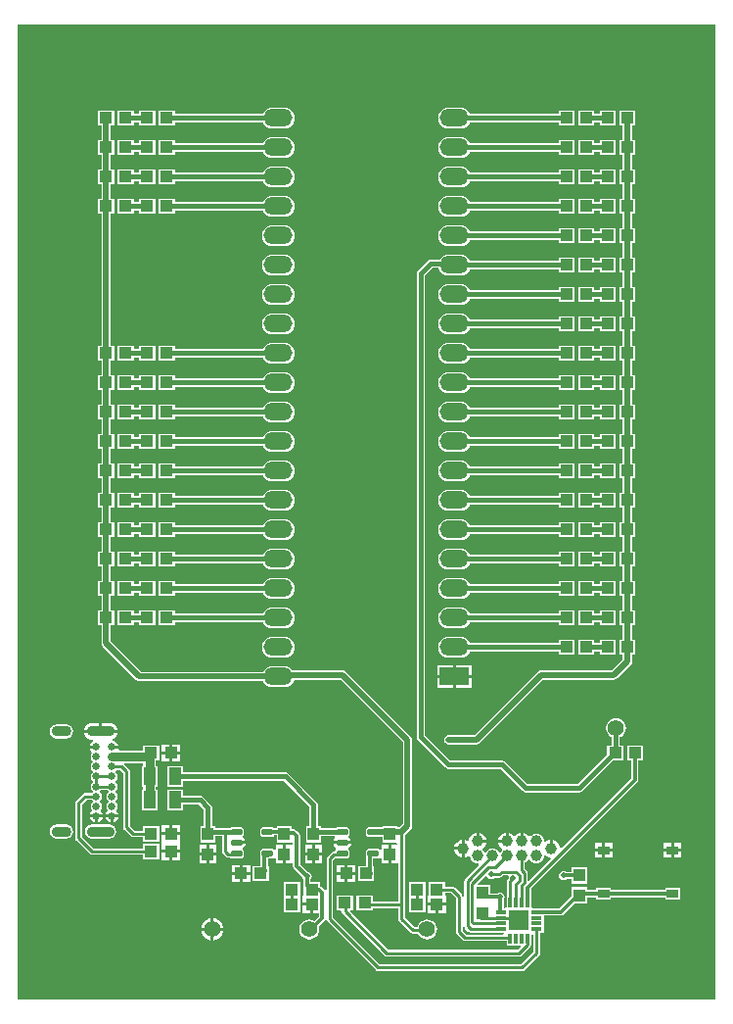
<source format=gtl>
G04*
G04 #@! TF.GenerationSoftware,Altium Limited,Altium Designer,19.1.8 (144)*
G04*
G04 Layer_Physical_Order=1*
G04 Layer_Color=255*
%FSLAX25Y25*%
%MOIN*%
G70*
G01*
G75*
%ADD10C,0.01000*%
%ADD14C,0.03000*%
%ADD17C,0.02000*%
%ADD19C,0.01181*%
%ADD37C,0.03937*%
%ADD38R,0.04000X0.03000*%
%ADD39R,0.03937X0.05906*%
%ADD40R,0.03937X0.04331*%
%ADD41R,0.04331X0.03937*%
%ADD42R,0.03543X0.01181*%
%ADD43R,0.01181X0.03543*%
%ADD44R,0.07087X0.07087*%
G04:AMPARAMS|DCode=45|XSize=39.37mil|YSize=21.65mil|CornerRadius=5.41mil|HoleSize=0mil|Usage=FLASHONLY|Rotation=0.000|XOffset=0mil|YOffset=0mil|HoleType=Round|Shape=RoundedRectangle|*
%AMROUNDEDRECTD45*
21,1,0.03937,0.01083,0,0,0.0*
21,1,0.02854,0.02165,0,0,0.0*
1,1,0.01083,0.01427,-0.00541*
1,1,0.01083,-0.01427,-0.00541*
1,1,0.01083,-0.01427,0.00541*
1,1,0.01083,0.01427,0.00541*
%
%ADD45ROUNDEDRECTD45*%
%ADD46C,0.01500*%
%ADD47C,0.01575*%
%ADD48O,0.09843X0.05906*%
%ADD49R,0.09843X0.05906*%
%ADD50C,0.05512*%
%ADD51O,0.06693X0.03543*%
%ADD52O,0.09449X0.03543*%
%ADD53O,0.02559X0.02441*%
%ADD54C,0.01968*%
G36*
X408879Y157122D02*
X171122D01*
Y488878D01*
X408879Y488878D01*
Y157122D01*
D02*
G37*
%LPC*%
G36*
X374919Y459569D02*
X369388D01*
Y458415D01*
X367612D01*
Y459569D01*
X362081D01*
Y454431D01*
X367612D01*
Y455585D01*
X369388D01*
Y454431D01*
X374919D01*
Y459569D01*
D02*
G37*
G36*
X261968Y460583D02*
X258032D01*
X257104Y460461D01*
X256240Y460103D01*
X255498Y459534D01*
X254928Y458792D01*
X254772Y458415D01*
X224765D01*
Y459569D01*
X219235D01*
Y454431D01*
X224765D01*
Y455585D01*
X254772D01*
X254928Y455208D01*
X255498Y454466D01*
X256240Y453897D01*
X257104Y453539D01*
X258032Y453417D01*
X261968D01*
X262896Y453539D01*
X263760Y453897D01*
X264502Y454466D01*
X265072Y455208D01*
X265430Y456073D01*
X265552Y457000D01*
X265430Y457928D01*
X265072Y458792D01*
X264502Y459534D01*
X263760Y460103D01*
X262896Y460461D01*
X261968Y460583D01*
D02*
G37*
G36*
X218072Y459569D02*
X212542D01*
Y458415D01*
X210765D01*
Y459569D01*
X205235D01*
Y454431D01*
X210765D01*
Y455585D01*
X212542D01*
Y454431D01*
X218072D01*
Y459569D01*
D02*
G37*
G36*
X321969Y460583D02*
X318032D01*
X317104Y460461D01*
X316240Y460103D01*
X315498Y459534D01*
X314928Y458792D01*
X314570Y457928D01*
X314448Y457000D01*
X314570Y456073D01*
X314928Y455208D01*
X315498Y454466D01*
X316240Y453897D01*
X317104Y453539D01*
X318032Y453417D01*
X321969D01*
X322896Y453539D01*
X323760Y453897D01*
X324502Y454466D01*
X325072Y455208D01*
X325228Y455585D01*
X355388D01*
Y454431D01*
X360919D01*
Y459569D01*
X355388D01*
Y458415D01*
X325228D01*
X325072Y458792D01*
X324502Y459534D01*
X323760Y460103D01*
X322896Y460461D01*
X321969Y460583D01*
D02*
G37*
G36*
X374919Y449569D02*
X369388D01*
Y448415D01*
X367612D01*
Y449569D01*
X362081D01*
Y444431D01*
X367612D01*
Y445585D01*
X369388D01*
Y444431D01*
X374919D01*
Y449569D01*
D02*
G37*
G36*
X261968Y450583D02*
X258032D01*
X257104Y450461D01*
X256240Y450103D01*
X255498Y449534D01*
X254928Y448792D01*
X254772Y448415D01*
X224765D01*
Y449569D01*
X219235D01*
Y444431D01*
X224765D01*
Y445585D01*
X254772D01*
X254928Y445208D01*
X255498Y444466D01*
X256240Y443897D01*
X257104Y443539D01*
X258032Y443417D01*
X261968D01*
X262896Y443539D01*
X263760Y443897D01*
X264502Y444466D01*
X265072Y445208D01*
X265430Y446072D01*
X265552Y447000D01*
X265430Y447928D01*
X265072Y448792D01*
X264502Y449534D01*
X263760Y450103D01*
X262896Y450461D01*
X261968Y450583D01*
D02*
G37*
G36*
X218072Y449569D02*
X212542D01*
Y448415D01*
X210765D01*
Y449569D01*
X205235D01*
Y444431D01*
X210765D01*
Y445585D01*
X212542D01*
Y444431D01*
X218072D01*
Y449569D01*
D02*
G37*
G36*
X321969Y450583D02*
X318032D01*
X317104Y450461D01*
X316240Y450103D01*
X315498Y449534D01*
X314928Y448792D01*
X314570Y447928D01*
X314448Y447000D01*
X314570Y446072D01*
X314928Y445208D01*
X315498Y444466D01*
X316240Y443897D01*
X317104Y443539D01*
X318032Y443417D01*
X321969D01*
X322896Y443539D01*
X323760Y443897D01*
X324502Y444466D01*
X325072Y445208D01*
X325228Y445585D01*
X355388D01*
Y444431D01*
X360919D01*
Y449569D01*
X355388D01*
Y448415D01*
X325228D01*
X325072Y448792D01*
X324502Y449534D01*
X323760Y450103D01*
X322896Y450461D01*
X321969Y450583D01*
D02*
G37*
G36*
X374919Y439569D02*
X369388D01*
Y438415D01*
X367612D01*
Y439569D01*
X362081D01*
Y434432D01*
X367612D01*
Y435585D01*
X369388D01*
Y434432D01*
X374919D01*
Y439569D01*
D02*
G37*
G36*
X261968Y440583D02*
X258032D01*
X257104Y440461D01*
X256240Y440103D01*
X255498Y439534D01*
X254928Y438792D01*
X254772Y438415D01*
X224765D01*
Y439569D01*
X219235D01*
Y434432D01*
X224765D01*
Y435585D01*
X254772D01*
X254928Y435208D01*
X255498Y434466D01*
X256240Y433897D01*
X257104Y433539D01*
X258032Y433417D01*
X261968D01*
X262896Y433539D01*
X263760Y433897D01*
X264502Y434466D01*
X265072Y435208D01*
X265430Y436072D01*
X265552Y437000D01*
X265430Y437927D01*
X265072Y438792D01*
X264502Y439534D01*
X263760Y440103D01*
X262896Y440461D01*
X261968Y440583D01*
D02*
G37*
G36*
X218072Y439569D02*
X212542D01*
Y438415D01*
X210765D01*
Y439569D01*
X205235D01*
Y434432D01*
X210765D01*
Y435585D01*
X212542D01*
Y434432D01*
X218072D01*
Y439569D01*
D02*
G37*
G36*
X321969Y440583D02*
X318032D01*
X317104Y440461D01*
X316240Y440103D01*
X315498Y439534D01*
X314928Y438792D01*
X314570Y437927D01*
X314448Y437000D01*
X314570Y436072D01*
X314928Y435208D01*
X315498Y434466D01*
X316240Y433897D01*
X317104Y433539D01*
X318032Y433417D01*
X321969D01*
X322896Y433539D01*
X323760Y433897D01*
X324502Y434466D01*
X325072Y435208D01*
X325228Y435585D01*
X355388D01*
Y434432D01*
X360919D01*
Y439569D01*
X355388D01*
Y438415D01*
X325228D01*
X325072Y438792D01*
X324502Y439534D01*
X323760Y440103D01*
X322896Y440461D01*
X321969Y440583D01*
D02*
G37*
G36*
X374919Y429568D02*
X369388D01*
Y428415D01*
X367612D01*
Y429568D01*
X362081D01*
Y424432D01*
X367612D01*
Y425585D01*
X369388D01*
Y424432D01*
X374919D01*
Y429568D01*
D02*
G37*
G36*
X261968Y430583D02*
X258032D01*
X257104Y430461D01*
X256240Y430103D01*
X255498Y429534D01*
X254928Y428792D01*
X254772Y428415D01*
X224765D01*
Y429568D01*
X219235D01*
Y424432D01*
X224765D01*
Y425585D01*
X254772D01*
X254928Y425208D01*
X255498Y424466D01*
X256240Y423897D01*
X257104Y423539D01*
X258032Y423417D01*
X261968D01*
X262896Y423539D01*
X263760Y423897D01*
X264502Y424466D01*
X265072Y425208D01*
X265430Y426073D01*
X265552Y427000D01*
X265430Y427927D01*
X265072Y428792D01*
X264502Y429534D01*
X263760Y430103D01*
X262896Y430461D01*
X261968Y430583D01*
D02*
G37*
G36*
X218072Y429568D02*
X212542D01*
Y428415D01*
X210765D01*
Y429568D01*
X205235D01*
Y424432D01*
X210765D01*
Y425585D01*
X212542D01*
Y424432D01*
X218072D01*
Y429568D01*
D02*
G37*
G36*
X321969Y430583D02*
X318032D01*
X317104Y430461D01*
X316240Y430103D01*
X315498Y429534D01*
X314928Y428792D01*
X314570Y427927D01*
X314448Y427000D01*
X314570Y426073D01*
X314928Y425208D01*
X315498Y424466D01*
X316240Y423897D01*
X317104Y423539D01*
X318032Y423417D01*
X321969D01*
X322896Y423539D01*
X323760Y423897D01*
X324502Y424466D01*
X325072Y425208D01*
X325228Y425585D01*
X355388D01*
Y424432D01*
X360919D01*
Y429568D01*
X355388D01*
Y428415D01*
X325228D01*
X325072Y428792D01*
X324502Y429534D01*
X323760Y430103D01*
X322896Y430461D01*
X321969Y430583D01*
D02*
G37*
G36*
X374919Y419568D02*
X369388D01*
Y418415D01*
X367612D01*
Y419568D01*
X362081D01*
Y414431D01*
X367612D01*
Y415585D01*
X369388D01*
Y414431D01*
X374919D01*
Y419568D01*
D02*
G37*
G36*
X321969Y420583D02*
X318032D01*
X317104Y420461D01*
X316240Y420103D01*
X315498Y419534D01*
X314928Y418792D01*
X314570Y417928D01*
X314448Y417000D01*
X314570Y416073D01*
X314928Y415208D01*
X315498Y414466D01*
X316240Y413897D01*
X317104Y413539D01*
X318032Y413417D01*
X321969D01*
X322896Y413539D01*
X323760Y413897D01*
X324502Y414466D01*
X325072Y415208D01*
X325228Y415585D01*
X355388D01*
Y414431D01*
X360919D01*
Y419568D01*
X355388D01*
Y418415D01*
X325228D01*
X325072Y418792D01*
X324502Y419534D01*
X323760Y420103D01*
X322896Y420461D01*
X321969Y420583D01*
D02*
G37*
G36*
X261968D02*
X258032D01*
X257104Y420461D01*
X256240Y420103D01*
X255498Y419534D01*
X254928Y418792D01*
X254570Y417928D01*
X254448Y417000D01*
X254570Y416073D01*
X254928Y415208D01*
X255498Y414466D01*
X256240Y413897D01*
X257104Y413539D01*
X258032Y413417D01*
X261968D01*
X262896Y413539D01*
X263760Y413897D01*
X264502Y414466D01*
X265072Y415208D01*
X265430Y416073D01*
X265552Y417000D01*
X265430Y417928D01*
X265072Y418792D01*
X264502Y419534D01*
X263760Y420103D01*
X262896Y420461D01*
X261968Y420583D01*
D02*
G37*
G36*
X374919Y409569D02*
X369388D01*
Y408415D01*
X367612D01*
Y409569D01*
X362081D01*
Y404431D01*
X367612D01*
Y405585D01*
X369388D01*
Y404431D01*
X374919D01*
Y409569D01*
D02*
G37*
G36*
X321969Y410583D02*
X318032D01*
X317104Y410461D01*
X316240Y410103D01*
X315498Y409534D01*
X315022Y408915D01*
X312000D01*
X311459Y408807D01*
X311000Y408500D01*
X307500Y405000D01*
X307500Y405000D01*
X307193Y404541D01*
X307085Y404000D01*
X307085Y246500D01*
X307193Y245959D01*
X307500Y245500D01*
X317000Y236000D01*
X317459Y235693D01*
X318000Y235585D01*
X335692D01*
X343278Y228000D01*
X343737Y227693D01*
X344278Y227585D01*
X362557D01*
X363098Y227693D01*
X363557Y228000D01*
X373989Y238432D01*
X377519D01*
Y243568D01*
X376291D01*
Y246403D01*
X376692Y246569D01*
X377394Y247107D01*
X377931Y247808D01*
X378270Y248624D01*
X378385Y249500D01*
X378270Y250376D01*
X377931Y251192D01*
X377394Y251893D01*
X376692Y252431D01*
X375876Y252769D01*
X375000Y252885D01*
X374124Y252769D01*
X373308Y252431D01*
X372606Y251893D01*
X372069Y251192D01*
X371730Y250376D01*
X371615Y249500D01*
X371730Y248624D01*
X372069Y247808D01*
X372606Y247107D01*
X373308Y246569D01*
X373462Y246505D01*
Y243568D01*
X371988D01*
Y240432D01*
X361971Y230415D01*
X344864D01*
X337279Y238000D01*
X336820Y238307D01*
X336278Y238415D01*
X318586D01*
X309915Y247086D01*
X309915Y403414D01*
X312586Y406085D01*
X314568D01*
X314570Y406073D01*
X314928Y405208D01*
X315498Y404466D01*
X316240Y403897D01*
X317104Y403539D01*
X318032Y403417D01*
X321969D01*
X322896Y403539D01*
X323760Y403897D01*
X324502Y404466D01*
X325072Y405208D01*
X325228Y405585D01*
X355388D01*
Y404431D01*
X360919D01*
Y409569D01*
X355388D01*
Y408415D01*
X325228D01*
X325072Y408792D01*
X324502Y409534D01*
X323760Y410103D01*
X322896Y410461D01*
X321969Y410583D01*
D02*
G37*
G36*
X261968D02*
X258032D01*
X257104Y410461D01*
X256240Y410103D01*
X255498Y409534D01*
X254928Y408792D01*
X254570Y407927D01*
X254448Y407000D01*
X254570Y406073D01*
X254928Y405208D01*
X255498Y404466D01*
X256240Y403897D01*
X257104Y403539D01*
X258032Y403417D01*
X261968D01*
X262896Y403539D01*
X263760Y403897D01*
X264502Y404466D01*
X265072Y405208D01*
X265430Y406073D01*
X265552Y407000D01*
X265430Y407927D01*
X265072Y408792D01*
X264502Y409534D01*
X263760Y410103D01*
X262896Y410461D01*
X261968Y410583D01*
D02*
G37*
G36*
X374919Y399569D02*
X369388D01*
Y398415D01*
X367612D01*
Y399569D01*
X362081D01*
Y394431D01*
X367612D01*
Y395585D01*
X369388D01*
Y394431D01*
X374919D01*
Y399569D01*
D02*
G37*
G36*
X321969Y400583D02*
X318032D01*
X317104Y400461D01*
X316240Y400103D01*
X315498Y399534D01*
X314928Y398792D01*
X314570Y397927D01*
X314448Y397000D01*
X314570Y396073D01*
X314928Y395208D01*
X315498Y394466D01*
X316240Y393897D01*
X317104Y393539D01*
X318032Y393417D01*
X321969D01*
X322896Y393539D01*
X323760Y393897D01*
X324502Y394466D01*
X325072Y395208D01*
X325228Y395585D01*
X355388D01*
Y394431D01*
X360919D01*
Y399569D01*
X355388D01*
Y398415D01*
X325228D01*
X325072Y398792D01*
X324502Y399534D01*
X323760Y400103D01*
X322896Y400461D01*
X321969Y400583D01*
D02*
G37*
G36*
X261968D02*
X258032D01*
X257104Y400461D01*
X256240Y400103D01*
X255498Y399534D01*
X254928Y398792D01*
X254570Y397927D01*
X254448Y397000D01*
X254570Y396073D01*
X254928Y395208D01*
X255498Y394466D01*
X256240Y393897D01*
X257104Y393539D01*
X258032Y393417D01*
X261968D01*
X262896Y393539D01*
X263760Y393897D01*
X264502Y394466D01*
X265072Y395208D01*
X265430Y396073D01*
X265552Y397000D01*
X265430Y397927D01*
X265072Y398792D01*
X264502Y399534D01*
X263760Y400103D01*
X262896Y400461D01*
X261968Y400583D01*
D02*
G37*
G36*
X374919Y389568D02*
X369388D01*
Y388415D01*
X367612D01*
Y389568D01*
X362081D01*
Y384432D01*
X367612D01*
Y385585D01*
X369388D01*
Y384432D01*
X374919D01*
Y389568D01*
D02*
G37*
G36*
X321969Y390583D02*
X318032D01*
X317104Y390461D01*
X316240Y390103D01*
X315498Y389534D01*
X314928Y388792D01*
X314570Y387927D01*
X314448Y387000D01*
X314570Y386072D01*
X314928Y385208D01*
X315498Y384466D01*
X316240Y383897D01*
X317104Y383539D01*
X318032Y383417D01*
X321969D01*
X322896Y383539D01*
X323760Y383897D01*
X324502Y384466D01*
X325072Y385208D01*
X325228Y385585D01*
X355388D01*
Y384432D01*
X360919D01*
Y389568D01*
X355388D01*
Y388415D01*
X325228D01*
X325072Y388792D01*
X324502Y389534D01*
X323760Y390103D01*
X322896Y390461D01*
X321969Y390583D01*
D02*
G37*
G36*
X261968Y390583D02*
X258032D01*
X257104Y390461D01*
X256240Y390103D01*
X255498Y389534D01*
X254928Y388792D01*
X254570Y387927D01*
X254448Y387000D01*
X254570Y386073D01*
X254928Y385208D01*
X255498Y384466D01*
X256240Y383897D01*
X257104Y383539D01*
X258032Y383417D01*
X261968D01*
X262896Y383539D01*
X263760Y383897D01*
X264502Y384466D01*
X265072Y385208D01*
X265430Y386073D01*
X265552Y387000D01*
X265430Y387927D01*
X265072Y388792D01*
X264502Y389534D01*
X263760Y390103D01*
X262896Y390461D01*
X261968Y390583D01*
D02*
G37*
G36*
X374919Y379569D02*
X369388D01*
Y378415D01*
X367612D01*
Y379569D01*
X362081D01*
Y374431D01*
X367612D01*
Y375585D01*
X369388D01*
Y374431D01*
X374919D01*
Y379569D01*
D02*
G37*
G36*
X261968Y380583D02*
X258032D01*
X257104Y380461D01*
X256240Y380103D01*
X255498Y379534D01*
X254928Y378792D01*
X254772Y378415D01*
X224765D01*
Y379569D01*
X219235D01*
Y374431D01*
X224765D01*
Y375585D01*
X254772D01*
X254928Y375208D01*
X255498Y374466D01*
X256240Y373897D01*
X257104Y373539D01*
X258032Y373417D01*
X261968D01*
X262896Y373539D01*
X263760Y373897D01*
X264502Y374466D01*
X265072Y375208D01*
X265430Y376073D01*
X265552Y377000D01*
X265430Y377927D01*
X265072Y378792D01*
X264502Y379534D01*
X263760Y380103D01*
X262896Y380461D01*
X261968Y380583D01*
D02*
G37*
G36*
X218072Y379569D02*
X212542D01*
Y378415D01*
X210765D01*
Y379569D01*
X205235D01*
Y374431D01*
X210765D01*
Y375585D01*
X212542D01*
Y374431D01*
X218072D01*
Y379569D01*
D02*
G37*
G36*
X321969Y380583D02*
X318032D01*
X317104Y380461D01*
X316240Y380103D01*
X315498Y379534D01*
X314928Y378792D01*
X314570Y377927D01*
X314448Y377000D01*
X314570Y376073D01*
X314928Y375208D01*
X315498Y374466D01*
X316240Y373897D01*
X317104Y373539D01*
X318032Y373417D01*
X321969D01*
X322896Y373539D01*
X323760Y373897D01*
X324502Y374466D01*
X325072Y375208D01*
X325228Y375585D01*
X355388D01*
Y374431D01*
X360919D01*
Y379569D01*
X355388D01*
Y378415D01*
X325228D01*
X325072Y378792D01*
X324502Y379534D01*
X323760Y380103D01*
X322896Y380461D01*
X321969Y380583D01*
D02*
G37*
G36*
X374919Y369568D02*
X369388D01*
Y368415D01*
X367612D01*
Y369568D01*
X362081D01*
Y364432D01*
X367612D01*
Y365585D01*
X369388D01*
Y364432D01*
X374919D01*
Y369568D01*
D02*
G37*
G36*
X261968Y370583D02*
X258032D01*
X257104Y370461D01*
X256240Y370103D01*
X255498Y369534D01*
X254928Y368792D01*
X254772Y368415D01*
X224765D01*
Y369568D01*
X219235D01*
Y364432D01*
X224765D01*
Y365585D01*
X254772D01*
X254928Y365208D01*
X255498Y364466D01*
X256240Y363897D01*
X257104Y363539D01*
X258032Y363417D01*
X261968D01*
X262896Y363539D01*
X263760Y363897D01*
X264502Y364466D01*
X265072Y365208D01*
X265430Y366073D01*
X265552Y367000D01*
X265430Y367927D01*
X265072Y368792D01*
X264502Y369534D01*
X263760Y370103D01*
X262896Y370461D01*
X261968Y370583D01*
D02*
G37*
G36*
X218072Y369568D02*
X212542D01*
Y368415D01*
X210765D01*
Y369568D01*
X205235D01*
Y364432D01*
X210765D01*
Y365585D01*
X212542D01*
Y364432D01*
X218072D01*
Y369568D01*
D02*
G37*
G36*
X321969Y370583D02*
X318032D01*
X317104Y370461D01*
X316240Y370103D01*
X315498Y369534D01*
X314928Y368792D01*
X314570Y367927D01*
X314448Y367000D01*
X314570Y366073D01*
X314928Y365208D01*
X315498Y364466D01*
X316240Y363897D01*
X317104Y363539D01*
X318032Y363417D01*
X321969D01*
X322896Y363539D01*
X323760Y363897D01*
X324502Y364466D01*
X325072Y365208D01*
X325228Y365585D01*
X355388D01*
Y364432D01*
X360919D01*
Y369568D01*
X355388D01*
Y368415D01*
X325228D01*
X325072Y368792D01*
X324502Y369534D01*
X323760Y370103D01*
X322896Y370461D01*
X321969Y370583D01*
D02*
G37*
G36*
X374919Y359569D02*
X369388D01*
Y358415D01*
X367612D01*
Y359569D01*
X362081D01*
Y354432D01*
X367612D01*
Y355585D01*
X369388D01*
Y354432D01*
X374919D01*
Y359569D01*
D02*
G37*
G36*
X261968Y360583D02*
X258032D01*
X257104Y360461D01*
X256240Y360103D01*
X255498Y359534D01*
X254928Y358792D01*
X254772Y358415D01*
X224765D01*
Y359569D01*
X219235D01*
Y354432D01*
X224765D01*
Y355585D01*
X254772D01*
X254928Y355208D01*
X255498Y354466D01*
X256240Y353897D01*
X257104Y353539D01*
X258032Y353417D01*
X261968D01*
X262896Y353539D01*
X263760Y353897D01*
X264502Y354466D01*
X265072Y355208D01*
X265430Y356073D01*
X265552Y357000D01*
X265430Y357927D01*
X265072Y358792D01*
X264502Y359534D01*
X263760Y360103D01*
X262896Y360461D01*
X261968Y360583D01*
D02*
G37*
G36*
X218072Y359569D02*
X212542D01*
Y358415D01*
X210765D01*
Y359569D01*
X205235D01*
Y354432D01*
X210765D01*
Y355585D01*
X212542D01*
Y354432D01*
X218072D01*
Y359569D01*
D02*
G37*
G36*
X321969Y360583D02*
X318032D01*
X317104Y360461D01*
X316240Y360103D01*
X315498Y359534D01*
X314928Y358792D01*
X314570Y357927D01*
X314448Y357000D01*
X314570Y356073D01*
X314928Y355208D01*
X315498Y354466D01*
X316240Y353897D01*
X317104Y353539D01*
X318032Y353417D01*
X321969D01*
X322896Y353539D01*
X323760Y353897D01*
X324502Y354466D01*
X325072Y355208D01*
X325228Y355585D01*
X355388D01*
Y354432D01*
X360919D01*
Y359569D01*
X355388D01*
Y358415D01*
X325228D01*
X325072Y358792D01*
X324502Y359534D01*
X323760Y360103D01*
X322896Y360461D01*
X321969Y360583D01*
D02*
G37*
G36*
X374919Y349569D02*
X369388D01*
Y348415D01*
X367612D01*
Y349569D01*
X362081D01*
Y344431D01*
X367612D01*
Y345585D01*
X369388D01*
Y344431D01*
X374919D01*
Y349569D01*
D02*
G37*
G36*
X261968Y350583D02*
X258032D01*
X257104Y350461D01*
X256240Y350103D01*
X255498Y349534D01*
X254928Y348792D01*
X254772Y348415D01*
X224765D01*
Y349569D01*
X219235D01*
Y344431D01*
X224765D01*
Y345585D01*
X254772D01*
X254928Y345208D01*
X255498Y344466D01*
X256240Y343897D01*
X257104Y343539D01*
X258032Y343417D01*
X261968D01*
X262896Y343539D01*
X263760Y343897D01*
X264502Y344466D01*
X265072Y345208D01*
X265430Y346073D01*
X265552Y347000D01*
X265430Y347927D01*
X265072Y348792D01*
X264502Y349534D01*
X263760Y350103D01*
X262896Y350461D01*
X261968Y350583D01*
D02*
G37*
G36*
X218072Y349569D02*
X212542D01*
Y348415D01*
X210765D01*
Y349569D01*
X205235D01*
Y344431D01*
X210765D01*
Y345585D01*
X212542D01*
Y344431D01*
X218072D01*
Y349569D01*
D02*
G37*
G36*
X321969Y350583D02*
X318032D01*
X317104Y350461D01*
X316240Y350103D01*
X315498Y349534D01*
X314928Y348792D01*
X314570Y347927D01*
X314448Y347000D01*
X314570Y346073D01*
X314928Y345208D01*
X315498Y344466D01*
X316240Y343897D01*
X317104Y343539D01*
X318032Y343417D01*
X321969D01*
X322896Y343539D01*
X323760Y343897D01*
X324502Y344466D01*
X325072Y345208D01*
X325228Y345585D01*
X355388D01*
Y344431D01*
X360919D01*
Y349569D01*
X355388D01*
Y348415D01*
X325228D01*
X325072Y348792D01*
X324502Y349534D01*
X323760Y350103D01*
X322896Y350461D01*
X321969Y350583D01*
D02*
G37*
G36*
X374919Y339568D02*
X369388D01*
Y338415D01*
X367612D01*
Y339568D01*
X362081D01*
Y334432D01*
X367612D01*
Y335585D01*
X369388D01*
Y334432D01*
X374919D01*
Y339568D01*
D02*
G37*
G36*
X261968Y340583D02*
X258032D01*
X257104Y340461D01*
X256240Y340103D01*
X255498Y339534D01*
X254928Y338792D01*
X254772Y338415D01*
X224765D01*
Y339568D01*
X219235D01*
Y334432D01*
X224765D01*
Y335585D01*
X254772D01*
X254928Y335208D01*
X255498Y334466D01*
X256240Y333897D01*
X257104Y333539D01*
X258032Y333417D01*
X261968D01*
X262896Y333539D01*
X263760Y333897D01*
X264502Y334466D01*
X265072Y335208D01*
X265430Y336073D01*
X265552Y337000D01*
X265430Y337927D01*
X265072Y338792D01*
X264502Y339534D01*
X263760Y340103D01*
X262896Y340461D01*
X261968Y340583D01*
D02*
G37*
G36*
X218072Y339568D02*
X212542D01*
Y338415D01*
X210765D01*
Y339568D01*
X205235D01*
Y334432D01*
X210765D01*
Y335585D01*
X212542D01*
Y334432D01*
X218072D01*
Y339568D01*
D02*
G37*
G36*
X321969Y340583D02*
X318032D01*
X317104Y340461D01*
X316240Y340103D01*
X315498Y339534D01*
X314928Y338792D01*
X314570Y337927D01*
X314448Y337000D01*
X314570Y336072D01*
X314928Y335208D01*
X315498Y334466D01*
X316240Y333897D01*
X317104Y333539D01*
X318032Y333417D01*
X321969D01*
X322896Y333539D01*
X323760Y333897D01*
X324502Y334466D01*
X325072Y335208D01*
X325228Y335585D01*
X355388D01*
Y334432D01*
X360919D01*
Y339568D01*
X355388D01*
Y338415D01*
X325228D01*
X325072Y338792D01*
X324502Y339534D01*
X323760Y340103D01*
X322896Y340461D01*
X321969Y340583D01*
D02*
G37*
G36*
X374919Y329569D02*
X369388D01*
Y328415D01*
X367612D01*
Y329569D01*
X362081D01*
Y324431D01*
X367612D01*
Y325585D01*
X369388D01*
Y324431D01*
X374919D01*
Y329569D01*
D02*
G37*
G36*
X261968Y330583D02*
X258032D01*
X257104Y330461D01*
X256240Y330103D01*
X255498Y329534D01*
X254928Y328792D01*
X254772Y328415D01*
X224765D01*
Y329569D01*
X219235D01*
Y324431D01*
X224765D01*
Y325585D01*
X254772D01*
X254928Y325208D01*
X255498Y324466D01*
X256240Y323897D01*
X257104Y323539D01*
X258032Y323417D01*
X261968D01*
X262896Y323539D01*
X263760Y323897D01*
X264502Y324466D01*
X265072Y325208D01*
X265430Y326073D01*
X265552Y327000D01*
X265430Y327927D01*
X265072Y328792D01*
X264502Y329534D01*
X263760Y330103D01*
X262896Y330461D01*
X261968Y330583D01*
D02*
G37*
G36*
X218072Y329569D02*
X212542D01*
Y328415D01*
X210765D01*
Y329569D01*
X205235D01*
Y324431D01*
X210765D01*
Y325585D01*
X212542D01*
Y324431D01*
X218072D01*
Y329569D01*
D02*
G37*
G36*
X321969Y330583D02*
X318032D01*
X317104Y330461D01*
X316240Y330103D01*
X315498Y329534D01*
X314928Y328792D01*
X314570Y327927D01*
X314448Y327000D01*
X314570Y326073D01*
X314928Y325208D01*
X315498Y324466D01*
X316240Y323897D01*
X317104Y323539D01*
X318032Y323417D01*
X321969D01*
X322896Y323539D01*
X323760Y323897D01*
X324502Y324466D01*
X325072Y325208D01*
X325228Y325585D01*
X355388D01*
Y324431D01*
X360919D01*
Y329569D01*
X355388D01*
Y328415D01*
X325228D01*
X325072Y328792D01*
X324502Y329534D01*
X323760Y330103D01*
X322896Y330461D01*
X321969Y330583D01*
D02*
G37*
G36*
X374919Y319568D02*
X369388D01*
Y318415D01*
X367612D01*
Y319568D01*
X362081D01*
Y314432D01*
X367612D01*
Y315585D01*
X369388D01*
Y314432D01*
X374919D01*
Y319568D01*
D02*
G37*
G36*
X261968Y320583D02*
X258032D01*
X257104Y320461D01*
X256240Y320103D01*
X255498Y319534D01*
X254928Y318792D01*
X254772Y318415D01*
X224765D01*
Y319568D01*
X219235D01*
Y314432D01*
X224765D01*
Y315585D01*
X254772D01*
X254928Y315208D01*
X255498Y314466D01*
X256240Y313897D01*
X257104Y313539D01*
X258032Y313417D01*
X261968D01*
X262896Y313539D01*
X263760Y313897D01*
X264502Y314466D01*
X265072Y315208D01*
X265430Y316073D01*
X265552Y317000D01*
X265430Y317927D01*
X265072Y318792D01*
X264502Y319534D01*
X263760Y320103D01*
X262896Y320461D01*
X261968Y320583D01*
D02*
G37*
G36*
X218072Y319568D02*
X212542D01*
Y318415D01*
X210765D01*
Y319568D01*
X205235D01*
Y314432D01*
X210765D01*
Y315585D01*
X212542D01*
Y314432D01*
X218072D01*
Y319568D01*
D02*
G37*
G36*
X321969Y320583D02*
X318032D01*
X317104Y320461D01*
X316240Y320103D01*
X315498Y319534D01*
X314928Y318792D01*
X314570Y317927D01*
X314448Y317000D01*
X314570Y316073D01*
X314928Y315208D01*
X315498Y314466D01*
X316240Y313897D01*
X317104Y313539D01*
X318032Y313417D01*
X321969D01*
X322896Y313539D01*
X323760Y313897D01*
X324502Y314466D01*
X325072Y315208D01*
X325228Y315585D01*
X355388D01*
Y314432D01*
X360919D01*
Y319568D01*
X355388D01*
Y318415D01*
X325228D01*
X325072Y318792D01*
X324502Y319534D01*
X323760Y320103D01*
X322896Y320461D01*
X321969Y320583D01*
D02*
G37*
G36*
X374919Y309569D02*
X369388D01*
Y308415D01*
X367612D01*
Y309569D01*
X362081D01*
Y304432D01*
X367612D01*
Y305585D01*
X369388D01*
Y304432D01*
X374919D01*
Y309569D01*
D02*
G37*
G36*
X261968Y310583D02*
X258032D01*
X257104Y310461D01*
X256240Y310103D01*
X255498Y309534D01*
X254928Y308792D01*
X254772Y308415D01*
X224765D01*
Y309569D01*
X219235D01*
Y304432D01*
X224765D01*
Y305585D01*
X254772D01*
X254928Y305208D01*
X255498Y304466D01*
X256240Y303897D01*
X257104Y303539D01*
X258032Y303417D01*
X261968D01*
X262896Y303539D01*
X263760Y303897D01*
X264502Y304466D01*
X265072Y305208D01*
X265430Y306073D01*
X265552Y307000D01*
X265430Y307927D01*
X265072Y308792D01*
X264502Y309534D01*
X263760Y310103D01*
X262896Y310461D01*
X261968Y310583D01*
D02*
G37*
G36*
X218072Y309569D02*
X212542D01*
Y308415D01*
X210765D01*
Y309569D01*
X205235D01*
Y304432D01*
X210765D01*
Y305585D01*
X212542D01*
Y304432D01*
X218072D01*
Y309569D01*
D02*
G37*
G36*
X321969Y310583D02*
X318032D01*
X317104Y310461D01*
X316240Y310103D01*
X315498Y309534D01*
X314928Y308792D01*
X314570Y307927D01*
X314448Y307000D01*
X314570Y306073D01*
X314928Y305208D01*
X315498Y304466D01*
X316240Y303897D01*
X317104Y303539D01*
X318032Y303417D01*
X321969D01*
X322896Y303539D01*
X323760Y303897D01*
X324502Y304466D01*
X325072Y305208D01*
X325228Y305585D01*
X355388D01*
Y304432D01*
X360919D01*
Y309569D01*
X355388D01*
Y308415D01*
X325228D01*
X325072Y308792D01*
X324502Y309534D01*
X323760Y310103D01*
X322896Y310461D01*
X321969Y310583D01*
D02*
G37*
G36*
X374919Y299569D02*
X369388D01*
Y298415D01*
X367612D01*
Y299569D01*
X362081D01*
Y294431D01*
X367612D01*
Y295585D01*
X369388D01*
Y294431D01*
X374919D01*
Y299569D01*
D02*
G37*
G36*
X261968Y300583D02*
X258032D01*
X257104Y300461D01*
X256240Y300103D01*
X255498Y299534D01*
X254928Y298792D01*
X254772Y298415D01*
X224765D01*
Y299569D01*
X219235D01*
Y294431D01*
X224765D01*
Y295585D01*
X254772D01*
X254928Y295208D01*
X255498Y294466D01*
X256240Y293897D01*
X257104Y293539D01*
X258032Y293417D01*
X261968D01*
X262896Y293539D01*
X263760Y293897D01*
X264502Y294466D01*
X265072Y295208D01*
X265430Y296073D01*
X265552Y297000D01*
X265430Y297927D01*
X265072Y298792D01*
X264502Y299534D01*
X263760Y300103D01*
X262896Y300461D01*
X261968Y300583D01*
D02*
G37*
G36*
X218072Y299569D02*
X212542D01*
Y298415D01*
X210765D01*
Y299569D01*
X205235D01*
Y294431D01*
X210765D01*
Y295585D01*
X212542D01*
Y294431D01*
X218072D01*
Y299569D01*
D02*
G37*
G36*
X321969Y300583D02*
X318032D01*
X317104Y300461D01*
X316240Y300103D01*
X315498Y299534D01*
X314928Y298792D01*
X314570Y297927D01*
X314448Y297000D01*
X314570Y296073D01*
X314928Y295208D01*
X315498Y294466D01*
X316240Y293897D01*
X317104Y293539D01*
X318032Y293417D01*
X321969D01*
X322896Y293539D01*
X323760Y293897D01*
X324502Y294466D01*
X325072Y295208D01*
X325228Y295585D01*
X355388D01*
Y294431D01*
X360919D01*
Y299569D01*
X355388D01*
Y298415D01*
X325228D01*
X325072Y298792D01*
X324502Y299534D01*
X323760Y300103D01*
X322896Y300461D01*
X321969Y300583D01*
D02*
G37*
G36*
X374919Y289568D02*
X369388D01*
Y288415D01*
X367612D01*
Y289568D01*
X362081D01*
Y284432D01*
X367612D01*
Y285585D01*
X369388D01*
Y284432D01*
X374919D01*
Y289568D01*
D02*
G37*
G36*
X261968Y290583D02*
X258032D01*
X257104Y290461D01*
X256240Y290103D01*
X255498Y289534D01*
X254928Y288792D01*
X254772Y288415D01*
X224765D01*
Y289568D01*
X219235D01*
Y284432D01*
X224765D01*
Y285585D01*
X254772D01*
X254928Y285208D01*
X255498Y284466D01*
X256240Y283897D01*
X257104Y283539D01*
X258032Y283417D01*
X261968D01*
X262896Y283539D01*
X263760Y283897D01*
X264502Y284466D01*
X265072Y285208D01*
X265430Y286073D01*
X265552Y287000D01*
X265430Y287927D01*
X265072Y288792D01*
X264502Y289534D01*
X263760Y290103D01*
X262896Y290461D01*
X261968Y290583D01*
D02*
G37*
G36*
X218072Y289568D02*
X212542D01*
Y288415D01*
X210765D01*
Y289568D01*
X205235D01*
Y284432D01*
X210765D01*
Y285585D01*
X212542D01*
Y284432D01*
X218072D01*
Y289568D01*
D02*
G37*
G36*
X321969Y290583D02*
X318032D01*
X317104Y290461D01*
X316240Y290103D01*
X315498Y289534D01*
X314928Y288792D01*
X314570Y287928D01*
X314448Y287000D01*
X314570Y286073D01*
X314928Y285208D01*
X315498Y284466D01*
X316240Y283897D01*
X317104Y283539D01*
X318032Y283417D01*
X321969D01*
X322896Y283539D01*
X323760Y283897D01*
X324502Y284466D01*
X325072Y285208D01*
X325228Y285585D01*
X355388D01*
Y284432D01*
X360919D01*
Y289568D01*
X355388D01*
Y288415D01*
X325228D01*
X325072Y288792D01*
X324502Y289534D01*
X323760Y290103D01*
X322896Y290461D01*
X321969Y290583D01*
D02*
G37*
G36*
X374919Y279569D02*
X369388D01*
Y278415D01*
X367612D01*
Y279569D01*
X362081D01*
Y274431D01*
X367612D01*
Y275585D01*
X369388D01*
Y274431D01*
X374919D01*
Y279569D01*
D02*
G37*
G36*
X321969Y280583D02*
X318032D01*
X317104Y280461D01*
X316240Y280103D01*
X315498Y279534D01*
X314928Y278792D01*
X314570Y277927D01*
X314448Y277000D01*
X314570Y276073D01*
X314928Y275208D01*
X315498Y274466D01*
X316240Y273897D01*
X317104Y273539D01*
X318032Y273417D01*
X321969D01*
X322896Y273539D01*
X323760Y273897D01*
X324502Y274466D01*
X325072Y275208D01*
X325228Y275585D01*
X355388D01*
Y274431D01*
X360919D01*
Y279569D01*
X355388D01*
Y278415D01*
X325228D01*
X325072Y278792D01*
X324502Y279534D01*
X323760Y280103D01*
X322896Y280461D01*
X321969Y280583D01*
D02*
G37*
G36*
X261968D02*
X258032D01*
X257104Y280461D01*
X256240Y280103D01*
X255498Y279534D01*
X254928Y278792D01*
X254570Y277927D01*
X254448Y277000D01*
X254570Y276073D01*
X254928Y275208D01*
X255498Y274466D01*
X256240Y273897D01*
X257104Y273539D01*
X258032Y273417D01*
X261968D01*
X262896Y273539D01*
X263760Y273897D01*
X264502Y274466D01*
X265072Y275208D01*
X265430Y276073D01*
X265552Y277000D01*
X265430Y277927D01*
X265072Y278792D01*
X264502Y279534D01*
X263760Y280103D01*
X262896Y280461D01*
X261968Y280583D01*
D02*
G37*
G36*
X325921Y270953D02*
X320500D01*
Y267500D01*
X325921D01*
Y270953D01*
D02*
G37*
G36*
X319500D02*
X314079D01*
Y267500D01*
X319500D01*
Y270953D01*
D02*
G37*
G36*
X325921Y266500D02*
X320500D01*
Y263047D01*
X325921D01*
Y266500D01*
D02*
G37*
G36*
X319500D02*
X314079D01*
Y263047D01*
X319500D01*
Y266500D01*
D02*
G37*
G36*
X202409Y251150D02*
X199956D01*
Y248855D01*
X205139D01*
X205109Y249078D01*
X204830Y249753D01*
X204386Y250332D01*
X203807Y250776D01*
X203133Y251055D01*
X202409Y251150D01*
D02*
G37*
G36*
X198956D02*
X196503D01*
X195780Y251055D01*
X195106Y250776D01*
X194527Y250332D01*
X194082Y249753D01*
X193803Y249078D01*
X193774Y248855D01*
X198956D01*
Y251150D01*
D02*
G37*
G36*
X187724Y250773D02*
X184574D01*
X183649Y250589D01*
X182864Y250065D01*
X182340Y249280D01*
X182156Y248355D01*
X182340Y247430D01*
X182864Y246645D01*
X183649Y246121D01*
X184574Y245937D01*
X187724D01*
X188649Y246121D01*
X189434Y246645D01*
X189958Y247430D01*
X190142Y248355D01*
X189958Y249280D01*
X189434Y250065D01*
X188649Y250589D01*
X187724Y250773D01*
D02*
G37*
G36*
X381612Y459569D02*
X376081D01*
Y454431D01*
X377215D01*
Y449569D01*
X376081D01*
Y444431D01*
X377215D01*
Y439569D01*
X376081D01*
Y434432D01*
X377215D01*
Y429568D01*
X376081D01*
Y424432D01*
X377215D01*
Y419568D01*
X376081D01*
Y414431D01*
X377215D01*
Y409569D01*
X376081D01*
Y404431D01*
X377215D01*
Y399569D01*
X376081D01*
Y394431D01*
X377215D01*
Y389568D01*
X376081D01*
Y384432D01*
X377215D01*
Y379569D01*
X376081D01*
Y374431D01*
X377215D01*
Y369568D01*
X376081D01*
Y364432D01*
X377215D01*
Y359569D01*
X376081D01*
Y354432D01*
X377215D01*
Y349569D01*
X376081D01*
Y344431D01*
X377215D01*
Y339568D01*
X376081D01*
Y334432D01*
X377215D01*
Y329569D01*
X376081D01*
Y324431D01*
X377215D01*
Y319568D01*
X376081D01*
Y314432D01*
X377215D01*
Y309569D01*
X376081D01*
Y304432D01*
X377215D01*
Y299569D01*
X376081D01*
Y294431D01*
X377215D01*
Y289568D01*
X376081D01*
Y284432D01*
X377215D01*
Y279569D01*
X376081D01*
Y274431D01*
X377215D01*
Y272707D01*
X373639Y269131D01*
X349500D01*
X348876Y269007D01*
X348346Y268653D01*
X326824Y247131D01*
X318000D01*
X317376Y247007D01*
X316846Y246654D01*
X316493Y246124D01*
X316369Y245500D01*
X316493Y244876D01*
X316846Y244346D01*
X317376Y243993D01*
X318000Y243869D01*
X327500D01*
X328124Y243993D01*
X328654Y244346D01*
X350176Y265869D01*
X374315D01*
X374939Y265993D01*
X375468Y266347D01*
X380000Y270878D01*
X380354Y271407D01*
X380478Y272031D01*
Y274431D01*
X381612D01*
Y279569D01*
X380478D01*
Y284432D01*
X381612D01*
Y289568D01*
X380478D01*
Y294431D01*
X381612D01*
Y299569D01*
X380478D01*
Y304432D01*
X381612D01*
Y309569D01*
X380478D01*
Y314432D01*
X381612D01*
Y319568D01*
X380478D01*
Y324431D01*
X381612D01*
Y329569D01*
X380478D01*
Y334432D01*
X381612D01*
Y339568D01*
X380478D01*
Y344431D01*
X381612D01*
Y349569D01*
X380478D01*
Y354432D01*
X381612D01*
Y359569D01*
X380478D01*
Y364432D01*
X381612D01*
Y369568D01*
X380478D01*
Y374431D01*
X381612D01*
Y379569D01*
X380478D01*
Y384432D01*
X381612D01*
Y389568D01*
X380478D01*
Y394431D01*
X381612D01*
Y399569D01*
X380478D01*
Y404431D01*
X381612D01*
Y409569D01*
X380478D01*
Y414431D01*
X381612D01*
Y419568D01*
X380478D01*
Y424432D01*
X381612D01*
Y429568D01*
X380478D01*
Y434432D01*
X381612D01*
Y439569D01*
X380478D01*
Y444431D01*
X381612D01*
Y449569D01*
X380478D01*
Y454431D01*
X381612D01*
Y459569D01*
D02*
G37*
G36*
X226512Y243969D02*
X223846D01*
Y241500D01*
X226512D01*
Y243969D01*
D02*
G37*
G36*
X222846D02*
X220181D01*
Y241500D01*
X222846D01*
Y243969D01*
D02*
G37*
G36*
X226512Y240500D02*
X223846D01*
Y238032D01*
X226512D01*
Y240500D01*
D02*
G37*
G36*
X222846D02*
X220181D01*
Y238032D01*
X222846D01*
Y240500D01*
D02*
G37*
G36*
X205139Y247855D02*
X193774D01*
X193803Y247632D01*
X194082Y246957D01*
X194527Y246378D01*
X195106Y245934D01*
X195780Y245655D01*
X196503Y245560D01*
X196858D01*
X196967Y245060D01*
X196340Y244641D01*
X195849Y243906D01*
X195776Y243540D01*
X198000D01*
Y242540D01*
X195776D01*
X195849Y242174D01*
X196340Y241439D01*
X196628Y241246D01*
Y241005D01*
X196226Y240403D01*
X196085Y239693D01*
X196226Y238983D01*
X196628Y238381D01*
X196794Y238270D01*
Y237770D01*
X196628Y237660D01*
X196226Y237057D01*
X196085Y236347D01*
X196226Y235637D01*
X196628Y235034D01*
X196795Y234924D01*
Y234423D01*
X196628Y234313D01*
X196226Y233710D01*
X196085Y233000D01*
X196226Y232290D01*
X196628Y231687D01*
X196782Y231585D01*
Y231069D01*
X196628Y230966D01*
X196226Y230364D01*
X196085Y229654D01*
X196226Y228944D01*
X196628Y228342D01*
X196723Y228278D01*
X196755Y227767D01*
X196420Y227429D01*
X194307D01*
X194307Y227429D01*
X193878Y227343D01*
X193514Y227100D01*
X191207Y224793D01*
X190964Y224429D01*
X190878Y224000D01*
X190878Y224000D01*
Y212000D01*
X190878Y212000D01*
X190964Y211571D01*
X191207Y211207D01*
X195707Y206707D01*
X195707Y206707D01*
X196071Y206464D01*
X196500Y206378D01*
X196500Y206379D01*
X213888D01*
Y204931D01*
X219419D01*
Y210068D01*
X213888D01*
Y208622D01*
X196965D01*
X193122Y212465D01*
Y223535D01*
X194772Y225185D01*
X196501D01*
X196628Y224994D01*
X196794Y224884D01*
Y224384D01*
X196628Y224273D01*
X196226Y223671D01*
X196085Y222961D01*
X196226Y222251D01*
X196628Y221649D01*
Y221408D01*
X196340Y221215D01*
X195849Y220480D01*
X195776Y220114D01*
X198000D01*
X200224D01*
X200151Y220480D01*
X199660Y221215D01*
X199372Y221408D01*
Y221649D01*
X199774Y222251D01*
X199915Y222961D01*
X199774Y223671D01*
X199372Y224273D01*
X199206Y224384D01*
Y224884D01*
X199372Y224994D01*
X199774Y225597D01*
X199915Y226307D01*
X199774Y227017D01*
X199372Y227620D01*
X199276Y227683D01*
X199245Y228194D01*
X199580Y228533D01*
X201815D01*
X201942Y228342D01*
X202109Y228231D01*
Y227730D01*
X201942Y227620D01*
X201540Y227017D01*
X201399Y226307D01*
X201540Y225597D01*
X201942Y224994D01*
X202108Y224884D01*
Y224384D01*
X201942Y224273D01*
X201540Y223671D01*
X201399Y222961D01*
X201540Y222251D01*
X201942Y221649D01*
Y221408D01*
X201654Y221215D01*
X201163Y220480D01*
X201090Y220114D01*
X203314D01*
X205538D01*
X205465Y220480D01*
X204974Y221215D01*
X204685Y221408D01*
Y221649D01*
X205088Y222251D01*
X205229Y222961D01*
X205088Y223671D01*
X204685Y224273D01*
X204520Y224384D01*
Y224884D01*
X204685Y224994D01*
X205088Y225597D01*
X205229Y226307D01*
X205088Y227017D01*
X204685Y227620D01*
X204519Y227730D01*
Y228231D01*
X204685Y228342D01*
X205088Y228944D01*
X205229Y229654D01*
X205088Y230364D01*
X204685Y230966D01*
X204520Y231077D01*
Y231577D01*
X204685Y231687D01*
X205088Y232290D01*
X205229Y233000D01*
X205088Y233710D01*
X204685Y234313D01*
X204591Y234376D01*
X204559Y234887D01*
X204894Y235226D01*
X206188D01*
X207205Y234209D01*
Y215673D01*
X207205Y215673D01*
X207290Y215244D01*
X207533Y214880D01*
X209707Y212707D01*
X209707Y212707D01*
X210071Y212464D01*
X210500Y212379D01*
X213888D01*
Y210931D01*
X219419D01*
Y216069D01*
X213888D01*
Y214621D01*
X210965D01*
X209448Y216138D01*
Y234674D01*
X209448Y234674D01*
X209363Y235103D01*
X209120Y235467D01*
X209120Y235467D01*
X207534Y237052D01*
X207620Y237396D01*
X207727Y237552D01*
X213997D01*
Y236553D01*
X213601D01*
Y229447D01*
X213997D01*
Y228553D01*
X213601D01*
Y225365D01*
X213528Y225000D01*
X213601Y224635D01*
Y221447D01*
X218738D01*
Y228553D01*
X218279D01*
Y229447D01*
X218738D01*
Y236553D01*
X218279D01*
Y238432D01*
X219419D01*
Y243568D01*
X213888D01*
Y241834D01*
X205793D01*
X205497Y242334D01*
X205538Y242540D01*
X203314D01*
Y243540D01*
X205538D01*
X205465Y243906D01*
X204974Y244641D01*
X204239Y245132D01*
X203521Y245274D01*
X203468Y245794D01*
X203807Y245934D01*
X204386Y246378D01*
X204830Y246957D01*
X205109Y247632D01*
X205139Y247855D01*
D02*
G37*
G36*
X200224Y219114D02*
X198500D01*
Y217438D01*
X198925Y217522D01*
X199660Y218013D01*
X200151Y218748D01*
X200224Y219114D01*
D02*
G37*
G36*
X205538D02*
X203814D01*
Y217438D01*
X204239Y217522D01*
X204974Y218013D01*
X205465Y218748D01*
X205538Y219114D01*
D02*
G37*
G36*
X202814D02*
X201090D01*
X201163Y218748D01*
X201654Y218013D01*
X202389Y217522D01*
X202814Y217438D01*
Y219114D01*
D02*
G37*
G36*
X197500D02*
X195776D01*
X195849Y218748D01*
X196340Y218013D01*
X197075Y217522D01*
X197500Y217438D01*
Y219114D01*
D02*
G37*
G36*
X204072Y459569D02*
X198542D01*
Y454431D01*
X199676D01*
Y449569D01*
X198542D01*
Y444431D01*
X199676D01*
Y439569D01*
X198542D01*
Y434432D01*
X199676D01*
Y429568D01*
X198542D01*
Y424432D01*
X199676D01*
Y379569D01*
X198542D01*
Y374431D01*
X199676D01*
Y369568D01*
X198542D01*
Y364432D01*
X199676D01*
Y359569D01*
X198542D01*
Y354432D01*
X199676D01*
Y349569D01*
X198542D01*
Y344431D01*
X199676D01*
Y339568D01*
X198542D01*
Y334432D01*
X199676D01*
Y329569D01*
X198542D01*
Y324431D01*
X199676D01*
Y319568D01*
X198542D01*
Y314432D01*
X199676D01*
Y309569D01*
X198542D01*
Y304432D01*
X199676D01*
Y299569D01*
X198542D01*
Y294431D01*
X199676D01*
Y289568D01*
X198542D01*
Y284432D01*
X199676D01*
Y278362D01*
X199800Y277738D01*
X200153Y277209D01*
X211516Y265846D01*
X212045Y265493D01*
X212669Y265369D01*
X254862D01*
X254928Y265208D01*
X255498Y264466D01*
X256240Y263897D01*
X257104Y263539D01*
X258032Y263417D01*
X261968D01*
X262896Y263539D01*
X263760Y263897D01*
X264502Y264466D01*
X265072Y265208D01*
X265345Y265869D01*
X281324D01*
X302369Y244824D01*
Y216943D01*
X301257Y215831D01*
X300569D01*
Y216112D01*
X295431D01*
Y215831D01*
X294225D01*
X294187Y215857D01*
X293742Y215945D01*
X290888D01*
X290442Y215857D01*
X290065Y215604D01*
X289813Y215227D01*
X289724Y214781D01*
Y213699D01*
X289813Y213253D01*
X290065Y212876D01*
X290442Y212624D01*
X290888Y212535D01*
X293742D01*
X293911Y212569D01*
X295431D01*
Y210581D01*
X300337D01*
X300643Y210112D01*
X300524Y209819D01*
X298500D01*
Y206654D01*
Y203488D01*
X300811D01*
Y190522D01*
X292112D01*
Y192569D01*
X286581D01*
Y187432D01*
X292112D01*
Y188278D01*
X300811D01*
Y184568D01*
X300811Y184568D01*
X300896Y184139D01*
X301139Y183775D01*
X304945Y179969D01*
X304945Y179969D01*
X305309Y179726D01*
X305738Y179641D01*
X305738Y179641D01*
X307584D01*
X307722Y179308D01*
X308260Y178606D01*
X308961Y178069D01*
X309777Y177731D01*
X310653Y177615D01*
X311530Y177731D01*
X312346Y178069D01*
X313047Y178606D01*
X313585Y179308D01*
X313923Y180124D01*
X314038Y181000D01*
X313923Y181876D01*
X313585Y182692D01*
X313047Y183394D01*
X312346Y183931D01*
X311530Y184269D01*
X310653Y184385D01*
X309777Y184269D01*
X308961Y183931D01*
X308260Y183394D01*
X307722Y182692D01*
X307387Y181884D01*
X306202D01*
X303054Y185032D01*
Y189400D01*
Y213025D01*
X303086Y213047D01*
X305153Y215114D01*
X305507Y215643D01*
X305631Y216268D01*
Y245500D01*
X305507Y246124D01*
X305153Y246654D01*
X283154Y268653D01*
X282624Y269007D01*
X282000Y269131D01*
X264811D01*
X264502Y269534D01*
X263760Y270103D01*
X262896Y270461D01*
X261968Y270583D01*
X258032D01*
X257104Y270461D01*
X256240Y270103D01*
X255498Y269534D01*
X254928Y268792D01*
X254862Y268631D01*
X213345D01*
X202938Y279038D01*
Y284432D01*
X204072D01*
Y289568D01*
X202938D01*
Y294431D01*
X204072D01*
Y299569D01*
X202938D01*
Y304432D01*
X204072D01*
Y309569D01*
X202938D01*
Y314432D01*
X204072D01*
Y319568D01*
X202938D01*
Y324431D01*
X204072D01*
Y329569D01*
X202938D01*
Y334432D01*
X204072D01*
Y339568D01*
X202938D01*
Y344431D01*
X204072D01*
Y349569D01*
X202938D01*
Y354432D01*
X204072D01*
Y359569D01*
X202938D01*
Y364432D01*
X204072D01*
Y369568D01*
X202938D01*
Y374431D01*
X204072D01*
Y379569D01*
X202938D01*
Y424432D01*
X204072D01*
Y429568D01*
X202938D01*
Y434432D01*
X204072D01*
Y439569D01*
X202938D01*
Y444431D01*
X204072D01*
Y449569D01*
X202938D01*
Y454431D01*
X204072D01*
Y459569D01*
D02*
G37*
G36*
X226512Y216469D02*
X223847D01*
Y214000D01*
X226512D01*
Y216469D01*
D02*
G37*
G36*
X222847D02*
X220181D01*
Y214000D01*
X222847D01*
Y216469D01*
D02*
G37*
G36*
X202409Y216717D02*
X196503D01*
X195578Y216533D01*
X194793Y216009D01*
X194269Y215224D01*
X194085Y214299D01*
X194269Y213374D01*
X194793Y212589D01*
X195578Y212065D01*
X196503Y211881D01*
X202409D01*
X203334Y212065D01*
X204119Y212589D01*
X204643Y213374D01*
X204827Y214299D01*
X204643Y215224D01*
X204119Y216009D01*
X203334Y216533D01*
X202409Y216717D01*
D02*
G37*
G36*
X187724D02*
X184574D01*
X183649Y216533D01*
X182864Y216009D01*
X182340Y215224D01*
X182156Y214299D01*
X182340Y213374D01*
X182864Y212589D01*
X183649Y212065D01*
X184574Y211881D01*
X187724D01*
X188649Y212065D01*
X189434Y212589D01*
X189958Y213374D01*
X190142Y214299D01*
X189958Y215224D01*
X189434Y216009D01*
X188649Y216533D01*
X187724Y216717D01*
D02*
G37*
G36*
X328378Y213928D02*
Y211500D01*
X330807D01*
X330770Y211775D01*
X330471Y212497D01*
X329996Y213117D01*
X329376Y213593D01*
X328653Y213892D01*
X328378Y213928D01*
D02*
G37*
G36*
X337378D02*
X337104Y213892D01*
X336381Y213593D01*
X335761Y213117D01*
X335285Y212497D01*
X334986Y211775D01*
X334950Y211500D01*
X337378D01*
Y213928D01*
D02*
G37*
G36*
X227399Y236553D02*
X222262D01*
Y229447D01*
X227399D01*
Y231624D01*
X261930D01*
X270623Y222930D01*
Y216112D01*
X269431D01*
Y210581D01*
X274569D01*
Y212864D01*
X279056D01*
X279149Y212735D01*
X279147Y212153D01*
X278806Y211643D01*
X278686Y211041D01*
Y211000D01*
X284684D01*
Y211041D01*
X284564Y211643D01*
X284224Y212153D01*
X283988Y212310D01*
X283938Y212842D01*
X283961Y212915D01*
X284187Y213253D01*
X284276Y213699D01*
Y214781D01*
X284187Y215227D01*
X283935Y215604D01*
X283558Y215857D01*
X283112Y215945D01*
X280258D01*
X279813Y215857D01*
X279453Y215617D01*
X274569D01*
Y216112D01*
X273376D01*
Y223500D01*
X273272Y224027D01*
X272973Y224473D01*
X263473Y233973D01*
X263027Y234272D01*
X262500Y234377D01*
X227399D01*
Y236553D01*
D02*
G37*
G36*
X322378Y211428D02*
X322104Y211392D01*
X321381Y211093D01*
X320761Y210617D01*
X320286Y209997D01*
X319986Y209275D01*
X319950Y209000D01*
X322378D01*
Y211428D01*
D02*
G37*
G36*
X384212Y243568D02*
X378681D01*
Y238432D01*
X380233D01*
Y232406D01*
X356360Y208533D01*
X355843Y208724D01*
X355770Y209275D01*
X355471Y209997D01*
X354996Y210617D01*
X354376Y211093D01*
X353653Y211392D01*
X353378Y211428D01*
Y208500D01*
X352378D01*
Y211428D01*
X352103Y211392D01*
X351381Y211093D01*
X350941Y210755D01*
X350534Y210966D01*
X350466Y211021D01*
X350381Y211670D01*
X350122Y212295D01*
X349710Y212832D01*
X349174Y213244D01*
X348549Y213502D01*
X347878Y213591D01*
X347208Y213502D01*
X346583Y213244D01*
X346047Y212832D01*
X345935Y212686D01*
X345860Y212655D01*
X345315Y212700D01*
X344996Y213117D01*
X344375Y213593D01*
X343653Y213892D01*
X343378Y213928D01*
Y211000D01*
X342378D01*
Y213928D01*
X342104Y213892D01*
X341381Y213593D01*
X340761Y213117D01*
X340628Y212944D01*
X340128D01*
X339996Y213117D01*
X339375Y213593D01*
X338653Y213892D01*
X338378Y213928D01*
Y211000D01*
X337878D01*
Y210500D01*
X334950D01*
X334986Y210225D01*
X335285Y209503D01*
X335761Y208883D01*
X336178Y208563D01*
X336223Y208018D01*
X336193Y207944D01*
X336047Y207832D01*
X335653Y207319D01*
X335384Y207280D01*
X335373D01*
X335104Y207319D01*
X334710Y207832D01*
X334174Y208244D01*
X333549Y208502D01*
X332878Y208591D01*
X332208Y208502D01*
X331583Y208244D01*
X331047Y207832D01*
X330653Y207319D01*
X330384Y207280D01*
X330373D01*
X330104Y207319D01*
X329710Y207832D01*
X329564Y207944D01*
X329534Y208018D01*
X329579Y208563D01*
X329996Y208883D01*
X330471Y209503D01*
X330770Y210225D01*
X330807Y210500D01*
X327878D01*
Y211000D01*
X327378D01*
Y213928D01*
X327103Y213892D01*
X326381Y213593D01*
X325761Y213117D01*
X325286Y212497D01*
X324986Y211775D01*
X324924Y211302D01*
X324391Y211081D01*
X324376Y211093D01*
X323653Y211392D01*
X323378Y211428D01*
Y208500D01*
Y205572D01*
X323653Y205608D01*
X324376Y205907D01*
X324816Y206245D01*
X325223Y206034D01*
X325290Y205979D01*
X325376Y205329D01*
X325635Y204705D01*
X326047Y204168D01*
X326583Y203756D01*
X327208Y203498D01*
X327878Y203409D01*
X328012Y203427D01*
X328246Y202953D01*
X323607Y198315D01*
X323364Y197951D01*
X323278Y197522D01*
X323278Y197521D01*
Y182100D01*
X323278Y182100D01*
X323364Y181671D01*
X323607Y181307D01*
X324660Y180254D01*
X324660Y180254D01*
X325024Y180011D01*
X325453Y179926D01*
X325453Y179926D01*
X333404D01*
Y179857D01*
X336932D01*
X336940Y179801D01*
X336506Y179322D01*
X323965D01*
X322722Y180565D01*
Y192200D01*
X322722Y192200D01*
X322636Y192629D01*
X322393Y192993D01*
X322393Y192993D01*
X320093Y195293D01*
X319729Y195536D01*
X319300Y195622D01*
X319300Y195622D01*
X316765D01*
Y197069D01*
X311235D01*
Y192469D01*
X310835D01*
Y190000D01*
X317165D01*
Y192469D01*
X316765D01*
Y193378D01*
X318835D01*
X320479Y191735D01*
Y180100D01*
X320478Y180100D01*
X320564Y179671D01*
X320807Y179307D01*
X322707Y177407D01*
X322707Y177407D01*
X323071Y177164D01*
X323500Y177078D01*
X323500Y177078D01*
X337735D01*
Y175526D01*
X342387D01*
X342578Y175064D01*
X341535Y174022D01*
X297365D01*
X284417Y186970D01*
X284608Y187432D01*
X285419D01*
Y192569D01*
X279888D01*
Y187432D01*
X281218D01*
X281563Y187116D01*
X281648Y186687D01*
X281891Y186323D01*
X296107Y172107D01*
X296107Y172107D01*
X296471Y171864D01*
X296900Y171778D01*
X296900Y171778D01*
X342000D01*
X342000Y171778D01*
X342429Y171864D01*
X342793Y172107D01*
X345693Y175007D01*
X345936Y175371D01*
X345967Y175526D01*
X346022D01*
Y179194D01*
X346381Y179358D01*
X346859Y179107D01*
Y173445D01*
X342535Y169122D01*
X294465D01*
X278622Y184965D01*
Y204535D01*
X279381Y205294D01*
X279586D01*
X279813Y205143D01*
X280258Y205055D01*
X283112D01*
X283558Y205143D01*
X283935Y205396D01*
X284187Y205773D01*
X284276Y206219D01*
Y207301D01*
X284187Y207747D01*
X283961Y208085D01*
X283938Y208157D01*
X283988Y208690D01*
X284224Y208847D01*
X284564Y209357D01*
X284684Y209959D01*
Y210000D01*
X278686D01*
Y209959D01*
X278806Y209357D01*
X279147Y208847D01*
X279382Y208690D01*
X279432Y208157D01*
X279409Y208085D01*
X279183Y207747D01*
X278916Y207538D01*
X278487Y207452D01*
X278123Y207209D01*
X278123Y207209D01*
X276707Y205793D01*
X276464Y205429D01*
X276378Y205000D01*
X276378Y205000D01*
Y194430D01*
X275879Y194279D01*
X275758Y194458D01*
X275758Y194458D01*
X274858Y195358D01*
X274465Y195622D01*
X274112Y195692D01*
Y197069D01*
X270986D01*
Y197994D01*
X271264Y198410D01*
X271387Y199028D01*
X271264Y199646D01*
X270914Y200170D01*
X270390Y200521D01*
X269898Y200619D01*
X267414Y203103D01*
Y212900D01*
X267321Y213365D01*
X267058Y213758D01*
X267058Y213758D01*
X266158Y214658D01*
X265764Y214921D01*
X265300Y215014D01*
X265300Y215014D01*
X264568D01*
Y216112D01*
X259432D01*
Y215454D01*
X258665D01*
X258565Y215604D01*
X258187Y215857D01*
X257742Y215945D01*
X254888D01*
X254443Y215857D01*
X254065Y215604D01*
X253813Y215227D01*
X253724Y214781D01*
Y213699D01*
X253813Y213253D01*
X254065Y212876D01*
X254443Y212624D01*
X254888Y212535D01*
X257742D01*
X258187Y212624D01*
X258565Y212876D01*
X258665Y213026D01*
X259432D01*
Y210581D01*
X264568D01*
X264986Y210382D01*
Y210312D01*
X264968Y209819D01*
X264486Y209819D01*
X262500D01*
Y206654D01*
Y203488D01*
X264968Y203488D01*
X264986Y202995D01*
Y202600D01*
X264986Y202600D01*
X265078Y202135D01*
X265342Y201742D01*
X268181Y198902D01*
X268279Y198410D01*
X268558Y197994D01*
Y195878D01*
X268558Y195878D01*
X268581Y195761D01*
Y192469D01*
X268181D01*
Y190000D01*
X271346D01*
Y189500D01*
X271847D01*
Y186531D01*
X273686D01*
Y185403D01*
X272205Y183922D01*
X272192Y183931D01*
X271376Y184269D01*
X270500Y184385D01*
X269624Y184269D01*
X268808Y183931D01*
X268107Y183394D01*
X267569Y182692D01*
X267231Y181876D01*
X267115Y181000D01*
X267231Y180124D01*
X267569Y179308D01*
X268107Y178606D01*
X268808Y178069D01*
X269624Y177731D01*
X270500Y177615D01*
X271376Y177731D01*
X272192Y178069D01*
X272894Y178606D01*
X273431Y179308D01*
X273769Y180124D01*
X273885Y181000D01*
X273769Y181876D01*
X273718Y182001D01*
X275758Y184042D01*
X275758Y184042D01*
X275914Y184274D01*
X276442Y184181D01*
X276464Y184071D01*
X276707Y183707D01*
X293207Y167207D01*
X293207Y167207D01*
X293571Y166964D01*
X294000Y166878D01*
X343000D01*
X343000Y166878D01*
X343429Y166964D01*
X343793Y167207D01*
X348774Y172188D01*
X348774Y172188D01*
X349017Y172552D01*
X349102Y172981D01*
Y179857D01*
X350352D01*
Y181825D01*
Y185739D01*
X356236D01*
X356236Y185739D01*
X356701Y185831D01*
X357094Y186094D01*
X360888Y189888D01*
X365069D01*
Y191904D01*
X368089D01*
Y191018D01*
X373289D01*
Y191904D01*
X391711D01*
Y191018D01*
X396911D01*
Y195218D01*
X391711D01*
Y194332D01*
X373289D01*
Y195218D01*
X368089D01*
Y194332D01*
X365069D01*
Y195419D01*
X359931D01*
Y192365D01*
X355733Y188167D01*
X347981D01*
X347864Y188143D01*
X346422D01*
Y188543D01*
X346022D01*
Y189985D01*
X346045Y190102D01*
Y194785D01*
X382305Y231045D01*
X382305Y231045D01*
X382568Y231439D01*
X382660Y231903D01*
X382660Y231903D01*
Y238432D01*
X384212D01*
Y243568D01*
D02*
G37*
G36*
X397311Y210382D02*
X394811D01*
Y208382D01*
X397311D01*
Y210382D01*
D02*
G37*
G36*
X373689D02*
X371189D01*
Y208382D01*
X373689D01*
Y210382D01*
D02*
G37*
G36*
X370189D02*
X367689D01*
Y208382D01*
X370189D01*
Y210382D01*
D02*
G37*
G36*
X393811D02*
X391311D01*
Y208382D01*
X393811D01*
Y210382D01*
D02*
G37*
G36*
X297500Y209819D02*
X295031D01*
Y208326D01*
X294706Y208185D01*
X294531Y208146D01*
X294187Y208376D01*
X293742Y208465D01*
X290888D01*
X290442Y208376D01*
X290065Y208124D01*
X289813Y207747D01*
X289724Y207301D01*
Y206448D01*
X289720Y206427D01*
X289724Y206407D01*
Y206219D01*
X289813Y205773D01*
X289883Y205669D01*
Y202569D01*
X287081D01*
Y197432D01*
X292612D01*
Y202569D01*
X292310D01*
Y205055D01*
X293742D01*
X294187Y205143D01*
X294531Y205373D01*
X294706Y205334D01*
X295031Y205194D01*
Y203488D01*
X297500D01*
Y206654D01*
Y209819D01*
D02*
G37*
G36*
X261500D02*
X259032D01*
Y208326D01*
X258706Y208185D01*
X258531Y208146D01*
X258187Y208376D01*
X257742Y208465D01*
X254888D01*
X254443Y208376D01*
X254065Y208124D01*
X253813Y207747D01*
X253724Y207301D01*
Y206219D01*
X253813Y205773D01*
X253944Y205577D01*
Y202569D01*
X251235D01*
Y197432D01*
X256765D01*
Y202569D01*
X256371D01*
Y205055D01*
X257742D01*
X258187Y205143D01*
X258531Y205373D01*
X258706Y205334D01*
X259032Y205194D01*
Y203488D01*
X261500D01*
Y206654D01*
Y209819D01*
D02*
G37*
G36*
X226512Y213000D02*
X220181D01*
Y210968D01*
X220181Y210531D01*
X220181Y210032D01*
Y208000D01*
X226512D01*
Y210032D01*
X226512Y210469D01*
X226512Y210968D01*
Y213000D01*
D02*
G37*
G36*
X274969Y209819D02*
X272500D01*
Y207154D01*
X274969D01*
Y209819D01*
D02*
G37*
G36*
X238968D02*
X236500D01*
Y207154D01*
X238968D01*
Y209819D01*
D02*
G37*
G36*
X271500D02*
X269032D01*
Y207154D01*
X271500D01*
Y209819D01*
D02*
G37*
G36*
X235500D02*
X233032D01*
Y207154D01*
X235500D01*
Y209819D01*
D02*
G37*
G36*
X322378Y208000D02*
X319950D01*
X319986Y207725D01*
X320286Y207003D01*
X320761Y206383D01*
X321381Y205907D01*
X322104Y205608D01*
X322378Y205572D01*
Y208000D01*
D02*
G37*
G36*
X397311Y207382D02*
X394811D01*
Y205382D01*
X397311D01*
Y207382D01*
D02*
G37*
G36*
X393811D02*
X391311D01*
Y205382D01*
X393811D01*
Y207382D01*
D02*
G37*
G36*
X373689D02*
X371189D01*
Y205382D01*
X373689D01*
Y207382D01*
D02*
G37*
G36*
X370189D02*
X367689D01*
Y205382D01*
X370189D01*
Y207382D01*
D02*
G37*
G36*
X227399Y228553D02*
X222262D01*
Y221447D01*
X227399D01*
Y223623D01*
X232930D01*
X234624Y221930D01*
Y216112D01*
X233432D01*
Y210581D01*
X238568D01*
Y212864D01*
X240879D01*
Y207500D01*
X240878Y207500D01*
X240964Y207071D01*
X241207Y206707D01*
X242085Y205829D01*
X242085Y205829D01*
X242449Y205586D01*
X242878Y205501D01*
X243365D01*
X243435Y205396D01*
X243813Y205143D01*
X244258Y205055D01*
X247112D01*
X247557Y205143D01*
X247935Y205396D01*
X248187Y205773D01*
X248276Y206219D01*
Y207301D01*
X248187Y207747D01*
X247961Y208085D01*
X247938Y208157D01*
X247988Y208690D01*
X248223Y208847D01*
X248564Y209357D01*
X248684Y209959D01*
Y210000D01*
X245685D01*
Y211000D01*
X248684D01*
Y211041D01*
X248564Y211643D01*
X248223Y212153D01*
X247988Y212310D01*
X247938Y212842D01*
X247961Y212915D01*
X248187Y213253D01*
X248276Y213699D01*
Y214781D01*
X248187Y215227D01*
X247935Y215604D01*
X247557Y215857D01*
X247112Y215945D01*
X244258D01*
X243813Y215857D01*
X243453Y215617D01*
X238568D01*
Y216112D01*
X237376D01*
Y222500D01*
X237272Y223027D01*
X236973Y223473D01*
X236973Y223473D01*
X234473Y225973D01*
X234027Y226272D01*
X233500Y226377D01*
X227399D01*
Y228553D01*
D02*
G37*
G36*
X226512Y207000D02*
X223847D01*
Y204532D01*
X226512D01*
Y207000D01*
D02*
G37*
G36*
X222847D02*
X220181D01*
Y204532D01*
X222847D01*
Y207000D01*
D02*
G37*
G36*
X274969Y206154D02*
X272500D01*
Y203488D01*
X274969D01*
Y206154D01*
D02*
G37*
G36*
X271500D02*
X269032D01*
Y203488D01*
X271500D01*
Y206154D01*
D02*
G37*
G36*
X238968D02*
X236500D01*
Y203488D01*
X238968D01*
Y206154D01*
D02*
G37*
G36*
X235500D02*
X233032D01*
Y203488D01*
X235500D01*
Y206154D01*
D02*
G37*
G36*
X365069Y202112D02*
X359931D01*
Y200560D01*
X358188D01*
X357772Y200839D01*
X357154Y200962D01*
X356535Y200839D01*
X356011Y200489D01*
X355661Y199965D01*
X355538Y199346D01*
X355661Y198728D01*
X356011Y198204D01*
X356535Y197854D01*
X357154Y197731D01*
X357772Y197854D01*
X358188Y198133D01*
X359931D01*
Y196581D01*
X365069D01*
Y202112D01*
D02*
G37*
G36*
X286319Y202969D02*
X283653D01*
Y200500D01*
X286319D01*
Y202969D01*
D02*
G37*
G36*
X282653D02*
X279988D01*
Y200500D01*
X282653D01*
Y202969D01*
D02*
G37*
G36*
X250472D02*
X247807D01*
Y200500D01*
X250472D01*
Y202969D01*
D02*
G37*
G36*
X246807D02*
X244142D01*
Y200500D01*
X246807D01*
Y202969D01*
D02*
G37*
G36*
X286319Y199500D02*
X283653D01*
Y197031D01*
X286319D01*
Y199500D01*
D02*
G37*
G36*
X282653D02*
X279988D01*
Y197031D01*
X282653D01*
Y199500D01*
D02*
G37*
G36*
X250472D02*
X247807D01*
Y197031D01*
X250472D01*
Y199500D01*
D02*
G37*
G36*
X246807D02*
X244142D01*
Y197031D01*
X246807D01*
Y199500D01*
D02*
G37*
G36*
X310072Y197069D02*
X304542D01*
Y191931D01*
Y186932D01*
X310072D01*
Y191931D01*
Y197069D01*
D02*
G37*
G36*
X267419D02*
X261888D01*
Y191931D01*
Y186932D01*
X267419D01*
Y191931D01*
Y197069D01*
D02*
G37*
G36*
X317165Y189000D02*
X314500D01*
Y186531D01*
X317165D01*
Y189000D01*
D02*
G37*
G36*
X313500D02*
X310835D01*
Y186531D01*
X313500D01*
Y189000D01*
D02*
G37*
G36*
X270847D02*
X268181D01*
Y186531D01*
X270847D01*
Y189000D01*
D02*
G37*
G36*
X238000Y184722D02*
Y181500D01*
X241223D01*
X241159Y181981D01*
X240781Y182894D01*
X240179Y183679D01*
X239394Y184281D01*
X238480Y184659D01*
X238000Y184722D01*
D02*
G37*
G36*
X237000D02*
X236520Y184659D01*
X235606Y184281D01*
X234821Y183679D01*
X234219Y182894D01*
X233841Y181981D01*
X233777Y181500D01*
X237000D01*
Y184722D01*
D02*
G37*
G36*
X241223Y180500D02*
X238000D01*
Y177278D01*
X238480Y177341D01*
X239394Y177719D01*
X240179Y178321D01*
X240781Y179106D01*
X241159Y180019D01*
X241223Y180500D01*
D02*
G37*
G36*
X237000D02*
X233777D01*
X233841Y180019D01*
X234219Y179106D01*
X234821Y178321D01*
X235606Y177719D01*
X236520Y177341D01*
X237000Y177278D01*
Y180500D01*
D02*
G37*
%LPD*%
G36*
X351381Y205907D02*
X352103Y205608D01*
X352655Y205535D01*
X352845Y205019D01*
X345268Y197441D01*
X344806Y197633D01*
Y200268D01*
X344806Y200268D01*
X344720Y200697D01*
X344477Y201061D01*
X344477Y201061D01*
X344000Y201539D01*
Y203684D01*
X344174Y203756D01*
X344710Y204168D01*
X345104Y204681D01*
X345373Y204720D01*
X345384D01*
X345653Y204681D01*
X346047Y204168D01*
X346583Y203756D01*
X347208Y203498D01*
X347878Y203409D01*
X348549Y203498D01*
X349174Y203756D01*
X349710Y204168D01*
X350122Y204705D01*
X350381Y205329D01*
X350466Y205979D01*
X350534Y206034D01*
X350941Y206245D01*
X351381Y205907D01*
D02*
G37*
G36*
X338477Y198963D02*
X338385Y198500D01*
X338390Y198476D01*
X338042Y198128D01*
X337799Y197764D01*
X337714Y197335D01*
X337714Y197335D01*
Y190193D01*
X337714Y190193D01*
X337735Y190085D01*
Y188543D01*
X337335D01*
Y188143D01*
X336714D01*
Y190965D01*
X336992Y191382D01*
X337115Y192000D01*
X336992Y192618D01*
X336642Y193142D01*
X336118Y193492D01*
X335500Y193615D01*
X334882Y193492D01*
X334465Y193214D01*
X332068D01*
Y196112D01*
X327904D01*
X327712Y196574D01*
X330452Y199313D01*
X330994Y199149D01*
X331008Y199082D01*
X331358Y198558D01*
X331882Y198208D01*
X332500Y198085D01*
X333118Y198208D01*
X333642Y198558D01*
X333656Y198578D01*
X335252D01*
X335252Y198578D01*
X335682Y198664D01*
X336046Y198907D01*
X336601Y199463D01*
X338182D01*
X338477Y198963D01*
D02*
G37*
D10*
X196500Y207500D02*
X216653D01*
X192000Y212000D02*
X196500Y207500D01*
X335252Y199700D02*
X336137Y200584D01*
X332500Y199700D02*
X335252D01*
X347981Y172981D02*
Y181047D01*
X343000Y168000D02*
X347981Y172981D01*
X294000Y168000D02*
X343000D01*
X277500Y184500D02*
X294000Y168000D01*
X305738Y180762D02*
X310653D01*
X301932Y184568D02*
X305738Y180762D01*
X301932Y184568D02*
Y189400D01*
X208327Y215673D02*
Y234674D01*
Y215673D02*
X210500Y213500D01*
X216653D01*
X242000Y207500D02*
Y214240D01*
X243102Y214102D02*
X245685D01*
X242878Y206622D02*
X245685D01*
X206653Y236347D02*
X208327Y234674D01*
X282684Y187116D02*
X296900Y172900D01*
X282684Y187116D02*
Y189969D01*
X282653Y190000D02*
X282684Y189969D01*
X296900Y172900D02*
X342000D01*
X301932Y189400D02*
Y214200D01*
X291446Y189400D02*
X301932D01*
X323500Y178200D02*
X338835D01*
X338926Y178109D01*
Y177898D02*
Y178109D01*
X321600Y180100D02*
X323500Y178200D01*
X321600Y180100D02*
Y192200D01*
X319300Y194500D02*
X321600Y192200D01*
X314000Y194500D02*
X319300D01*
X277500Y184500D02*
Y205000D01*
X342000Y172900D02*
X344900Y175800D01*
Y177829D01*
X344831Y177898D02*
X344900Y177829D01*
X335776Y184984D02*
X340894D01*
X329000Y184988D02*
X335772D01*
X336137Y200584D02*
X340863D01*
X342084Y199363D01*
X342878Y201074D02*
Y206000D01*
Y201074D02*
X343684Y200268D01*
Y196974D02*
Y200268D01*
X342878Y196168D02*
X343684Y196974D01*
X338835Y190193D02*
Y197335D01*
X340000Y198500D01*
X342084Y197637D02*
Y199363D01*
X340894Y196447D02*
X342084Y197637D01*
X340894Y190102D02*
Y196447D01*
X342878Y190122D02*
Y196168D01*
X338835Y190193D02*
X338926Y190102D01*
X326484Y183016D02*
X335776D01*
X326000Y183500D02*
X326484Y183016D01*
X326000Y183500D02*
Y196448D01*
X324400Y197522D02*
X332878Y206000D01*
X324400Y182100D02*
Y197522D01*
Y182100D02*
X325453Y181047D01*
X326000Y196448D02*
X331637Y202084D01*
X333963D01*
X337878Y206000D01*
X325453Y181047D02*
X335776D01*
X335772Y184988D02*
X335776Y184984D01*
X278916Y206416D02*
X281341D01*
X277500Y205000D02*
X278916Y206416D01*
X242000Y207500D02*
X242878Y206622D01*
X307307Y189500D02*
Y194500D01*
X264653Y189500D02*
Y194500D01*
X281341Y206416D02*
X281685Y206760D01*
X340894Y184984D02*
X341878Y184000D01*
X192000Y212000D02*
Y224000D01*
X194307Y226307D01*
X198000D01*
Y229654D02*
X203314D01*
X198000D02*
Y233000D01*
X203314D01*
Y236347D02*
X206653D01*
D14*
X216138Y225468D02*
Y233000D01*
X215669Y225000D02*
X216138Y225468D01*
X203314Y239693D02*
X215362D01*
X216138Y233000D02*
Y239032D01*
D17*
X292315Y214200D02*
X301932D01*
X260000Y267500D02*
X282000D01*
X212669Y267000D02*
X260000D01*
X201307Y278362D02*
X212669Y267000D01*
X349500Y267500D02*
X374315D01*
X327500Y245500D02*
X349500Y267500D01*
X201307Y278362D02*
Y287000D01*
X304000Y216268D02*
Y245500D01*
X301932Y214200D02*
X304000Y216268D01*
X282000Y267500D02*
X304000Y245500D01*
X318000D02*
X327500D01*
X374315Y267500D02*
X378847Y272031D01*
Y277000D01*
Y447000D02*
Y457000D01*
Y437000D02*
Y447000D01*
Y427000D02*
Y437000D01*
Y417000D02*
Y427000D01*
Y407000D02*
Y417000D01*
Y397000D02*
Y407000D01*
Y387000D02*
Y397000D01*
Y377000D02*
Y387000D01*
Y367000D02*
Y377000D01*
Y357000D02*
Y367000D01*
Y347000D02*
Y357000D01*
Y337000D02*
Y347000D01*
Y327000D02*
Y337000D01*
Y317000D02*
Y327000D01*
Y307000D02*
Y317000D01*
Y297000D02*
Y307000D01*
Y287000D02*
Y297000D01*
Y277000D02*
Y287000D01*
X201307Y447000D02*
Y457000D01*
Y437000D02*
Y447000D01*
Y427000D02*
Y437000D01*
Y377000D02*
Y427000D01*
Y367000D02*
Y377000D01*
Y357000D02*
Y367000D01*
Y347000D02*
Y357000D01*
Y337000D02*
Y347000D01*
Y327000D02*
Y337000D01*
Y317000D02*
Y327000D01*
Y307000D02*
Y317000D01*
Y297000D02*
Y307000D01*
Y287000D02*
Y297000D01*
D19*
X256315Y214240D02*
X262006D01*
X344831Y195288D02*
X381447Y231903D01*
Y241000D01*
X274900Y184900D02*
Y193600D01*
X270762Y180762D02*
X274900Y184900D01*
X356236Y186953D02*
X362401Y193118D01*
X347981Y186953D02*
X356236D01*
X329500Y193347D02*
X330847Y192000D01*
X335500Y187173D02*
Y192000D01*
X330847D02*
X335500D01*
Y187173D02*
X335720Y186953D01*
X266200Y202600D02*
X269772Y199028D01*
Y195878D02*
Y199028D01*
Y195878D02*
X271150Y194500D01*
X271346D01*
X266200Y202600D02*
Y212900D01*
X265300Y213800D02*
X266200Y212900D01*
X262446Y213800D02*
X265300D01*
X262006Y214240D02*
X262446Y213800D01*
X271346Y194500D02*
X274000D01*
X274900Y193600D01*
X335720Y186953D02*
X335776D01*
X255157Y201020D02*
Y206289D01*
X362401Y193118D02*
X370689D01*
X357154Y199346D02*
X362500D01*
X344831Y190102D02*
Y195288D01*
X370189Y193118D02*
X393811D01*
X291096Y200219D02*
Y206427D01*
D37*
X347878Y206000D02*
D03*
X342878D02*
D03*
X337878D02*
D03*
X332878D02*
D03*
X327878D02*
D03*
X337878Y211000D02*
D03*
X342878D02*
D03*
X347878D02*
D03*
X327878D02*
D03*
X322878Y208500D02*
D03*
X352878D02*
D03*
D38*
X394311Y207882D02*
D03*
Y193118D02*
D03*
X370689D02*
D03*
Y207882D02*
D03*
D39*
X224831Y233000D02*
D03*
X216169D02*
D03*
X224831Y225000D02*
D03*
X216169D02*
D03*
D40*
X272000Y213347D02*
D03*
Y206653D02*
D03*
X329500Y193347D02*
D03*
Y186653D02*
D03*
X298000Y206653D02*
D03*
Y213347D02*
D03*
X236000Y206653D02*
D03*
Y213347D02*
D03*
X262000Y206653D02*
D03*
Y213347D02*
D03*
X362500Y199346D02*
D03*
Y192654D02*
D03*
D41*
X289347Y190000D02*
D03*
X282653D02*
D03*
X283154Y200000D02*
D03*
X289846D02*
D03*
X254000D02*
D03*
X247307D02*
D03*
X374753Y241000D02*
D03*
X381447D02*
D03*
X314000Y189500D02*
D03*
X307307D02*
D03*
X314000Y194500D02*
D03*
X307307D02*
D03*
X216653Y241000D02*
D03*
X223346D02*
D03*
X216653Y207500D02*
D03*
X223346D02*
D03*
X216653Y213500D02*
D03*
X223346D02*
D03*
X271346Y194500D02*
D03*
X264653D02*
D03*
X271346Y189500D02*
D03*
X264653D02*
D03*
X208000Y457000D02*
D03*
X201307D02*
D03*
X208000Y447000D02*
D03*
X201307D02*
D03*
X208000Y437000D02*
D03*
X201307D02*
D03*
X208000Y427000D02*
D03*
X201307D02*
D03*
X208000Y377000D02*
D03*
X201307D02*
D03*
X208000Y367000D02*
D03*
X201307D02*
D03*
X208000Y357000D02*
D03*
X201307D02*
D03*
X208000Y347000D02*
D03*
X201307D02*
D03*
X208000Y337000D02*
D03*
X201307D02*
D03*
X208000Y327000D02*
D03*
X201307D02*
D03*
X208000Y317000D02*
D03*
X201307D02*
D03*
X208000Y307000D02*
D03*
X201307D02*
D03*
X208000Y297000D02*
D03*
X201307D02*
D03*
X208000Y287000D02*
D03*
X201307D02*
D03*
X215307Y457000D02*
D03*
X222000D02*
D03*
X215307Y447000D02*
D03*
X222000D02*
D03*
X215307Y437000D02*
D03*
X222000D02*
D03*
X215307Y427000D02*
D03*
X222000D02*
D03*
X215307Y377000D02*
D03*
X222000D02*
D03*
X215307Y367000D02*
D03*
X222000D02*
D03*
X215307Y357000D02*
D03*
X222000D02*
D03*
X215307Y347000D02*
D03*
X222000D02*
D03*
X215307Y337000D02*
D03*
X222000D02*
D03*
X215307Y327000D02*
D03*
X222000D02*
D03*
X215307Y317000D02*
D03*
X222000D02*
D03*
X215307Y307000D02*
D03*
X222000D02*
D03*
X215307Y297000D02*
D03*
X222000D02*
D03*
X215307Y287000D02*
D03*
X222000D02*
D03*
X358154Y457000D02*
D03*
X364846D02*
D03*
X358154Y447000D02*
D03*
X364846D02*
D03*
X358154Y437000D02*
D03*
X364846D02*
D03*
X358154Y427000D02*
D03*
X364846D02*
D03*
X358154Y417000D02*
D03*
X364846D02*
D03*
X358154Y407000D02*
D03*
X364846D02*
D03*
X358154Y397000D02*
D03*
X364846D02*
D03*
X358154Y387000D02*
D03*
X364846D02*
D03*
X358154Y377000D02*
D03*
X364846D02*
D03*
X358154Y367000D02*
D03*
X364846D02*
D03*
X358154Y357000D02*
D03*
X364846D02*
D03*
X358154Y347000D02*
D03*
X364846D02*
D03*
X358154Y337000D02*
D03*
X364846D02*
D03*
X358154Y327000D02*
D03*
X364846D02*
D03*
X358154Y317000D02*
D03*
X364846D02*
D03*
X358154Y307000D02*
D03*
X364846D02*
D03*
X358154Y297000D02*
D03*
X364846D02*
D03*
X358154Y287000D02*
D03*
X364846D02*
D03*
X358154Y277000D02*
D03*
X364846D02*
D03*
X372153Y397000D02*
D03*
X378847D02*
D03*
X372153Y387000D02*
D03*
X378847D02*
D03*
X372153Y377000D02*
D03*
X378847D02*
D03*
X372153Y367000D02*
D03*
X378847D02*
D03*
X372153Y357000D02*
D03*
X378847D02*
D03*
X372153Y347000D02*
D03*
X378847D02*
D03*
X372153Y337000D02*
D03*
X378847D02*
D03*
X372153Y327000D02*
D03*
X378847D02*
D03*
X372153Y317000D02*
D03*
X378847D02*
D03*
X372153Y307000D02*
D03*
X378847D02*
D03*
X372153Y407000D02*
D03*
X378847D02*
D03*
X372153Y417000D02*
D03*
X378847D02*
D03*
X372153Y427000D02*
D03*
X378847D02*
D03*
X372153Y437000D02*
D03*
X378847D02*
D03*
X372153Y447000D02*
D03*
X378847D02*
D03*
X372153Y457000D02*
D03*
X378847D02*
D03*
X372153Y297000D02*
D03*
X378847D02*
D03*
X372153Y287000D02*
D03*
X378847D02*
D03*
X372153Y277000D02*
D03*
X378847D02*
D03*
D42*
X335776Y186953D02*
D03*
Y184984D02*
D03*
Y183016D02*
D03*
Y181047D02*
D03*
X347981D02*
D03*
Y183016D02*
D03*
Y184984D02*
D03*
Y186953D02*
D03*
D43*
X338926Y177898D02*
D03*
X340894D02*
D03*
X342863D02*
D03*
X344831D02*
D03*
Y190102D02*
D03*
X342863D02*
D03*
X340894D02*
D03*
X338926D02*
D03*
D44*
X341878Y184000D02*
D03*
D45*
X292315Y206760D02*
D03*
Y214240D02*
D03*
X281685Y206760D02*
D03*
Y210500D02*
D03*
Y214240D02*
D03*
X256315Y206760D02*
D03*
Y214240D02*
D03*
X245685Y206760D02*
D03*
Y210500D02*
D03*
Y214240D02*
D03*
D46*
X243102D02*
X245685D01*
X272000Y213347D02*
Y223500D01*
X262500Y233000D02*
X272000Y223500D01*
X224331Y233000D02*
X262500D01*
X236000Y213347D02*
Y222500D01*
X233500Y225000D02*
X236000Y222500D01*
X224331Y225000D02*
X233500D01*
X242000Y214240D02*
X243102D01*
X236894D02*
X242000D01*
X236000Y213347D02*
X236894Y214240D01*
X272000Y213347D02*
X272894Y214240D01*
X281685D01*
X254000Y199862D02*
X255157Y201020D01*
Y206289D02*
X255490Y206622D01*
X289878Y199000D02*
X291096Y200219D01*
X289846Y199000D02*
X289878D01*
X291096Y206427D02*
X291429Y206760D01*
X292315D01*
X255490Y206622D02*
X256315D01*
D47*
X318000Y237000D02*
X336278D01*
X344278Y229000D01*
X362557D01*
X374557Y241000D01*
X374753D01*
X312000Y407500D02*
X320000D01*
X308500Y404000D02*
X308500Y246500D01*
X318000Y237000D01*
X374753Y241000D02*
X374877Y241123D01*
Y249377D01*
X375000Y249500D01*
X308500Y404000D02*
X312000Y407500D01*
X320000Y457000D02*
X358000D01*
X364693D02*
X372000D01*
X320000Y447000D02*
X358000D01*
X364693D02*
X372000D01*
X320000Y437000D02*
X358000D01*
X364693D02*
X372000D01*
X364693Y427000D02*
X372000D01*
X320000D02*
X358000D01*
X320000Y417000D02*
X358000D01*
X364693D02*
X372000D01*
X320000Y407000D02*
X358000D01*
X364693D02*
X372000D01*
X320000Y397000D02*
X358000D01*
X364693D02*
X372000D01*
X364693Y387000D02*
X372000D01*
X320000D02*
X358000D01*
X320000Y377000D02*
X358000D01*
X364693D02*
X372000D01*
X320000Y367000D02*
X358000D01*
X364693D02*
X372000D01*
X320000Y357000D02*
X358000D01*
X364693D02*
X372000D01*
X364693Y347000D02*
X372000D01*
X320000D02*
X358000D01*
X320000Y337000D02*
X358000D01*
X364693D02*
X372000D01*
X320000Y327000D02*
X358000D01*
X364693D02*
X372000D01*
X320000Y317000D02*
X358000D01*
X364693D02*
X372000D01*
X364693Y307000D02*
X372000D01*
X320000D02*
X358000D01*
X320000Y297000D02*
X358000D01*
X364693D02*
X372000D01*
X320000Y287000D02*
X358000D01*
X364693D02*
X372000D01*
X320000Y277000D02*
X358000D01*
X364693D02*
X372000D01*
X222000Y377000D02*
X260000D01*
X208000D02*
X215307D01*
X222000Y367000D02*
X260000D01*
X208000D02*
X215307D01*
X222000Y357000D02*
X260000D01*
X208000D02*
X215307D01*
X208000Y347000D02*
X215307D01*
X222000D02*
X260000D01*
X222000Y337000D02*
X260000D01*
X208000D02*
X215307D01*
X222000Y327000D02*
X260000D01*
X208000D02*
X215307D01*
X222000Y317000D02*
X260000D01*
X208000D02*
X215307D01*
X208000Y307000D02*
X215307D01*
X222000D02*
X260000D01*
X222000Y297000D02*
X260000D01*
X208000D02*
X215307D01*
X222000Y287000D02*
X260000D01*
X208000D02*
X215307D01*
X208000Y427000D02*
X215307D01*
X222000D02*
X260000D01*
X208000Y437000D02*
X215307D01*
X222000D02*
X260000D01*
X208000Y447000D02*
X215307D01*
X222000D02*
X260000D01*
X222000Y457000D02*
X260000D01*
X208000D02*
X215307D01*
D48*
X260000D02*
D03*
Y447000D02*
D03*
Y437000D02*
D03*
Y427000D02*
D03*
Y417000D02*
D03*
Y407000D02*
D03*
Y397000D02*
D03*
Y387000D02*
D03*
Y377000D02*
D03*
Y367000D02*
D03*
Y357000D02*
D03*
Y347000D02*
D03*
Y337000D02*
D03*
Y327000D02*
D03*
Y317000D02*
D03*
Y307000D02*
D03*
Y297000D02*
D03*
Y287000D02*
D03*
Y277000D02*
D03*
Y267000D02*
D03*
X320000Y457000D02*
D03*
Y447000D02*
D03*
Y437000D02*
D03*
Y427000D02*
D03*
Y417000D02*
D03*
Y407000D02*
D03*
Y397000D02*
D03*
Y387000D02*
D03*
Y377000D02*
D03*
Y367000D02*
D03*
Y357000D02*
D03*
Y347000D02*
D03*
Y337000D02*
D03*
Y327000D02*
D03*
Y317000D02*
D03*
Y307000D02*
D03*
Y297000D02*
D03*
Y287000D02*
D03*
Y277000D02*
D03*
D49*
Y267000D02*
D03*
D50*
X270500Y181000D02*
D03*
X237500D02*
D03*
X375000Y249500D02*
D03*
X310653Y181000D02*
D03*
D51*
X186149Y248355D02*
D03*
Y214299D02*
D03*
D52*
X199456D02*
D03*
Y248355D02*
D03*
D53*
X198000Y243040D02*
D03*
Y239693D02*
D03*
Y236347D02*
D03*
Y233000D02*
D03*
Y229654D02*
D03*
Y226307D02*
D03*
Y222961D02*
D03*
Y219614D02*
D03*
X203314D02*
D03*
Y222961D02*
D03*
Y226307D02*
D03*
Y229654D02*
D03*
Y233000D02*
D03*
Y236347D02*
D03*
Y239693D02*
D03*
Y243040D02*
D03*
D54*
X259500Y247500D02*
D03*
X299500Y237500D02*
D03*
X332500Y199700D02*
D03*
X327878Y211000D02*
D03*
X337878D02*
D03*
X342878D02*
D03*
Y206000D02*
D03*
X337878D02*
D03*
X332878D02*
D03*
X327878D02*
D03*
X347878Y211000D02*
D03*
Y206000D02*
D03*
X177000Y205500D02*
D03*
Y215500D02*
D03*
Y225500D02*
D03*
Y235500D02*
D03*
Y245500D02*
D03*
Y255500D02*
D03*
X316000Y200000D02*
D03*
X306000D02*
D03*
X291000Y195000D02*
D03*
X281000D02*
D03*
X231000Y190000D02*
D03*
X241000D02*
D03*
X250000D02*
D03*
X309500Y412500D02*
D03*
X299500D02*
D03*
X289500D02*
D03*
X279500D02*
D03*
X269500D02*
D03*
X314500Y282500D02*
D03*
X299500D02*
D03*
X289500D02*
D03*
X279500D02*
D03*
X269500D02*
D03*
X249500D02*
D03*
X239500D02*
D03*
X229500D02*
D03*
X219500D02*
D03*
X209500D02*
D03*
Y247500D02*
D03*
X219500D02*
D03*
X229500D02*
D03*
X239500D02*
D03*
X249500D02*
D03*
X269500D02*
D03*
Y237500D02*
D03*
X259500D02*
D03*
X249500D02*
D03*
X239500D02*
D03*
Y227500D02*
D03*
X249500D02*
D03*
X259500D02*
D03*
X279500D02*
D03*
X289500D02*
D03*
X299500D02*
D03*
X329500D02*
D03*
X319500D02*
D03*
X309500D02*
D03*
Y237500D02*
D03*
X279500D02*
D03*
X289500D02*
D03*
Y247500D02*
D03*
X279500D02*
D03*
X266000Y185500D02*
D03*
X298000Y200500D02*
D03*
X229500Y213500D02*
D03*
Y207000D02*
D03*
X236000Y201500D02*
D03*
X262000Y202000D02*
D03*
X272000Y201500D02*
D03*
X332500Y175500D02*
D03*
X317500Y182000D02*
D03*
X316000Y212500D02*
D03*
X286900Y214860D02*
D03*
X281000Y219500D02*
D03*
X286000D02*
D03*
X334500Y196000D02*
D03*
X340000Y198500D02*
D03*
X335500Y192000D02*
D03*
X292500Y210500D02*
D03*
X301000Y219500D02*
D03*
X296000D02*
D03*
X291000D02*
D03*
X251200Y218500D02*
D03*
X276000Y219500D02*
D03*
X266000Y218500D02*
D03*
X261000D02*
D03*
X269772Y199028D02*
D03*
X339713Y186165D02*
D03*
X344044D02*
D03*
X339713Y181835D02*
D03*
X344044D02*
D03*
X242100Y200100D02*
D03*
X265900Y199200D02*
D03*
X256000Y218500D02*
D03*
X256300Y210500D02*
D03*
X241500Y218000D02*
D03*
X276400Y210500D02*
D03*
X286500Y179500D02*
D03*
X296500Y180000D02*
D03*
X383000Y209000D02*
D03*
X352500Y182900D02*
D03*
X349000Y195500D02*
D03*
X345500Y202500D02*
D03*
X357154Y199346D02*
D03*
X304000Y245500D02*
D03*
X318000D02*
D03*
X286900Y205860D02*
D03*
Y208860D02*
D03*
Y211860D02*
D03*
X250900Y214900D02*
D03*
Y211900D02*
D03*
Y208900D02*
D03*
Y205900D02*
D03*
M02*

</source>
